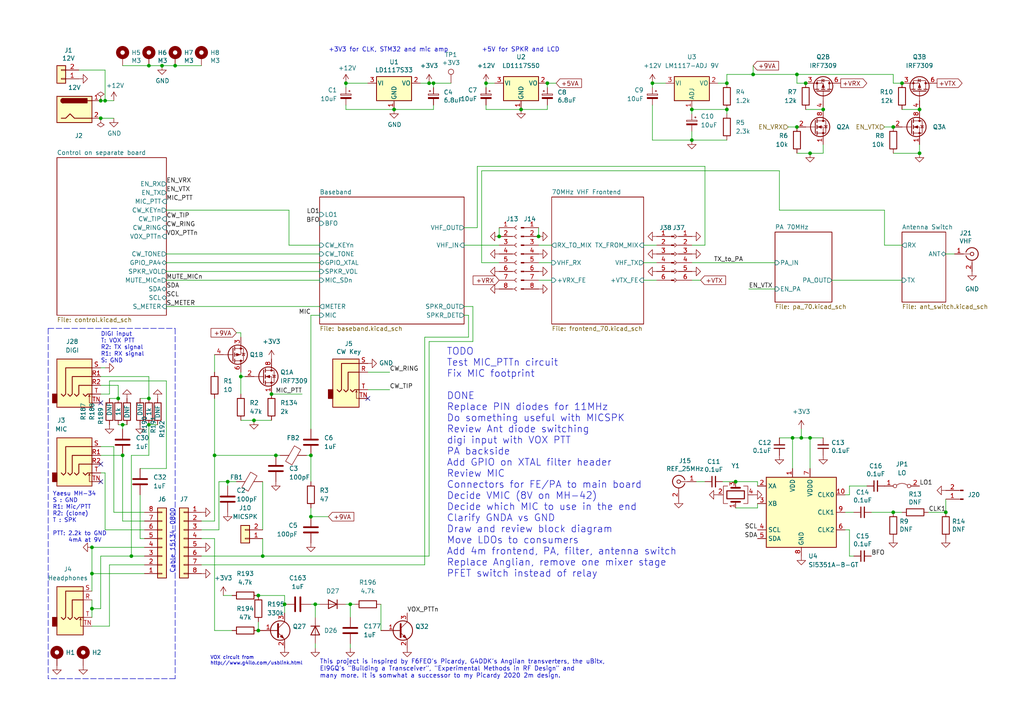
<source format=kicad_sch>
(kicad_sch (version 20211123) (generator eeschema)

  (uuid 7c83c304-769a-4be4-890e-297aba22b5b9)

  (paper "A4")

  (title_block
    (title "DART-70 TRX")
    (date "2023-02-18")
    (rev "0")
    (company "HB9EGM")
    (comment 1 "A 4m Band SSB/CW Transceiver")
  )

  

  (junction (at 232.41 127) (diameter 0) (color 0 0 0 0)
    (uuid 03889bb0-530a-4f17-942f-47bdd8c2143b)
  )
  (junction (at 74.93 182.88) (diameter 0) (color 0 0 0 0)
    (uuid 05f1488f-b95d-4647-953a-d2ec7eee61e9)
  )
  (junction (at 29.21 29.21) (diameter 0) (color 0 0 0 0)
    (uuid 0a082e3d-5a37-45bf-9936-1925b33d6b4f)
  )
  (junction (at 233.68 24.13) (diameter 0) (color 0 0 0 0)
    (uuid 0d713598-e0d7-4b64-806d-d27b5ae84128)
  )
  (junction (at 101.6 175.26) (diameter 0) (color 0 0 0 0)
    (uuid 0efaee8b-abcf-47a1-94ab-452bdfc4d10d)
  )
  (junction (at 259.08 148.59) (diameter 0) (color 0 0 0 0)
    (uuid 11ea7b85-b26d-4a7d-aaed-956352284452)
  )
  (junction (at 46.99 19.05) (diameter 0) (color 0 0 0 0)
    (uuid 130d74aa-cfde-4c45-8bfe-183aacd4590f)
  )
  (junction (at 266.7 44.45) (diameter 0) (color 0 0 0 0)
    (uuid 1379c036-b3e0-455b-b639-0f5dd015d03b)
  )
  (junction (at 210.82 24.13) (diameter 0) (color 0 0 0 0)
    (uuid 13b9a948-b29a-4475-8f42-f20ed3ed1c6a)
  )
  (junction (at 125.73 24.13) (diameter 0) (color 0 0 0 0)
    (uuid 1c29ab88-8089-4a9f-b0ec-e0493fb70d1a)
  )
  (junction (at 38.1 161.29) (diameter 0) (color 0 0 0 0)
    (uuid 2002fb77-6ce7-45e9-a078-9e559a07f8f6)
  )
  (junction (at 30.48 29.21) (diameter 0) (color 0 0 0 0)
    (uuid 248900dc-9b0b-4fb0-8b44-20e56324d88d)
  )
  (junction (at 29.21 34.29) (diameter 0) (color 0 0 0 0)
    (uuid 2bb5e7ab-7e6e-4e4b-8997-824caea277e9)
  )
  (junction (at 231.14 36.83) (diameter 0) (color 0 0 0 0)
    (uuid 2c691037-8de1-4537-a0ef-41ed59613839)
  )
  (junction (at 200.66 31.75) (diameter 0) (color 0 0 0 0)
    (uuid 398ec90b-61af-4d36-9539-63397d126e21)
  )
  (junction (at 156.21 68.58) (diameter 0) (color 0 0 0 0)
    (uuid 3f2e667c-7f64-4e6d-b9b3-bdcde11173db)
  )
  (junction (at 62.23 132.08) (diameter 0) (color 0 0 0 0)
    (uuid 3faced87-a683-4722-a968-6c8f858b2a89)
  )
  (junction (at 210.82 31.75) (diameter 0) (color 0 0 0 0)
    (uuid 4242ccf2-3c4d-4a22-8247-2311c54121ff)
  )
  (junction (at 231.14 21.59) (diameter 0) (color 0 0 0 0)
    (uuid 4750ee37-26c3-426a-a03a-0a50ee4de791)
  )
  (junction (at 43.18 19.05) (diameter 0) (color 0 0 0 0)
    (uuid 48d3528f-d200-4dbf-87c6-2835721afb0e)
  )
  (junction (at 26.67 158.75) (diameter 0) (color 0 0 0 0)
    (uuid 4909e963-8ed8-4cc7-a752-cf9a746ceb8a)
  )
  (junction (at 144.78 68.58) (diameter 0) (color 0 0 0 0)
    (uuid 49feb31b-fe70-4f82-99f6-3dbf467a2edc)
  )
  (junction (at 100.33 24.13) (diameter 0) (color 0 0 0 0)
    (uuid 547281cc-eb15-43de-9560-1b10e39a19ed)
  )
  (junction (at 91.44 175.26) (diameter 0) (color 0 0 0 0)
    (uuid 54fc4616-1350-49bf-925e-695b28bb395e)
  )
  (junction (at 238.76 31.75) (diameter 0) (color 0 0 0 0)
    (uuid 5591956a-807b-4208-83a4-6327422e118a)
  )
  (junction (at 26.67 176.53) (diameter 0) (color 0 0 0 0)
    (uuid 6b9394bd-5e58-42ea-a9a4-f58e854aea5c)
  )
  (junction (at 234.95 127) (diameter 0) (color 0 0 0 0)
    (uuid 7e67c67f-3a1d-491c-a9ea-d2c0b71576e9)
  )
  (junction (at 69.85 109.22) (diameter 0) (color 0 0 0 0)
    (uuid 8f8b4db5-ccfd-4760-89f5-ba5b4218d486)
  )
  (junction (at 259.08 36.83) (diameter 0) (color 0 0 0 0)
    (uuid 906f16af-3f1b-4545-bda0-18ebce89ce96)
  )
  (junction (at 140.97 24.13) (diameter 0) (color 0 0 0 0)
    (uuid 91bb5e66-90e9-4aff-b233-5b8d53e4ad1c)
  )
  (junction (at 124.46 24.13) (diameter 0) (color 0 0 0 0)
    (uuid 94eb2c38-e244-489c-ba32-44729ff54deb)
  )
  (junction (at 35.56 123.19) (diameter 0) (color 0 0 0 0)
    (uuid 9d55ccbc-4aa6-43b2-aa9c-42e27befe7f1)
  )
  (junction (at 26.67 166.37) (diameter 0) (color 0 0 0 0)
    (uuid 9fb2ca3c-8612-4c01-a40b-6e7e5895a1a0)
  )
  (junction (at 189.23 24.13) (diameter 0) (color 0 0 0 0)
    (uuid a01cdcc4-8ed1-4b36-8702-1b68481a60d9)
  )
  (junction (at 200.66 40.64) (diameter 0) (color 0 0 0 0)
    (uuid a13e5fb2-5800-4421-9e39-63277f01a71d)
  )
  (junction (at 274.32 148.59) (diameter 0) (color 0 0 0 0)
    (uuid a9fed849-c0d2-45ff-802c-7da3e4c52c0a)
  )
  (junction (at 78.74 114.3) (diameter 0) (color 0 0 0 0)
    (uuid aad4a030-3461-4b1e-9322-ba1ad3ac5597)
  )
  (junction (at 114.3 31.75) (diameter 0) (color 0 0 0 0)
    (uuid b0c265f7-c716-45d5-8397-630db4d2cf65)
  )
  (junction (at 218.44 21.59) (diameter 0) (color 0 0 0 0)
    (uuid b48c282b-d280-4718-bf3a-caf683cb767c)
  )
  (junction (at 82.55 175.26) (diameter 0) (color 0 0 0 0)
    (uuid c004f84b-d700-424b-b84c-a145b0082928)
  )
  (junction (at 35.56 132.08) (diameter 0) (color 0 0 0 0)
    (uuid c1ab7d65-d6a4-4014-80e6-4813d19456de)
  )
  (junction (at 74.93 172.72) (diameter 0) (color 0 0 0 0)
    (uuid c53356f3-b76d-4e9b-819d-f464046dcdf2)
  )
  (junction (at 34.29 115.57) (diameter 0) (color 0 0 0 0)
    (uuid cfd0ce93-955b-4a4c-b9df-adb69c4364b8)
  )
  (junction (at 234.95 44.45) (diameter 0) (color 0 0 0 0)
    (uuid d26d0a63-c69d-4774-9fba-12ed686b99f6)
  )
  (junction (at 73.66 121.92) (diameter 0) (color 0 0 0 0)
    (uuid d44ecef8-311a-4d38-9013-95c8299ff6b2)
  )
  (junction (at 50.8 19.05) (diameter 0) (color 0 0 0 0)
    (uuid d4b4dbc7-e763-47b2-a6cb-b5c021db8bcc)
  )
  (junction (at 66.04 139.7) (diameter 0) (color 0 0 0 0)
    (uuid d4c3f5bf-47cb-4030-92b0-bec21d62f389)
  )
  (junction (at 261.62 24.13) (diameter 0) (color 0 0 0 0)
    (uuid d531b677-92b2-4589-8265-ffb9f0a9f471)
  )
  (junction (at 80.01 132.08) (diameter 0) (color 0 0 0 0)
    (uuid d7ecc3d2-2b6e-4e36-92b9-1b58fb257359)
  )
  (junction (at 90.17 132.08) (diameter 0) (color 0 0 0 0)
    (uuid d9abc64c-b691-4ece-b128-4f1d7b31754f)
  )
  (junction (at 43.18 115.57) (diameter 0) (color 0 0 0 0)
    (uuid e9342213-9707-4d1c-a69f-a3da6fb99c7a)
  )
  (junction (at 158.75 24.13) (diameter 0) (color 0 0 0 0)
    (uuid eb69835d-9be6-45e6-b58c-d2902ddb8fb1)
  )
  (junction (at 266.7 31.75) (diameter 0) (color 0 0 0 0)
    (uuid eeabe6f1-2db7-4eed-bd0c-6e41b390284d)
  )
  (junction (at 90.17 149.86) (diameter 0) (color 0 0 0 0)
    (uuid ef105c45-a454-45c2-badb-d87d915177ef)
  )
  (junction (at 76.2 161.29) (diameter 0) (color 0 0 0 0)
    (uuid f4c650b7-943a-4c93-b622-c1362c969577)
  )
  (junction (at 229.87 127) (diameter 0) (color 0 0 0 0)
    (uuid f747ec33-420b-45bc-9778-b4604b083211)
  )
  (junction (at 151.13 31.75) (diameter 0) (color 0 0 0 0)
    (uuid f74be2ca-c140-4c85-937a-a008e4f4ddb7)
  )
  (junction (at 213.36 139.7) (diameter 0) (color 0 0 0 0)
    (uuid f8c9e2c3-818f-482b-ad48-f9fb56a455b0)
  )
  (junction (at 43.18 123.19) (diameter 0) (color 0 0 0 0)
    (uuid fd55beb5-af4c-45f5-9d86-830ec1cfc7da)
  )

  (no_connect (at 29.21 116.84) (uuid 2ccef648-ad61-491f-991d-149354748107))
  (no_connect (at 29.21 139.7) (uuid 891b06d0-7775-40c2-8d16-5452402b91d5))
  (no_connect (at 106.68 115.57) (uuid 9e56fb84-5b0b-47eb-9ee7-e24e7c08829b))
  (no_connect (at 29.21 134.62) (uuid b2135387-8c57-44ac-8ab3-29b54b43f871))

  (wire (pts (xy 29.21 34.29) (xy 33.02 34.29))
    (stroke (width 0) (type default) (color 0 0 0 0))
    (uuid 002154dd-fd21-426e-8f51-d82382197384)
  )
  (wire (pts (xy 144.78 66.04) (xy 144.78 68.58))
    (stroke (width 0) (type default) (color 0 0 0 0))
    (uuid 002bee17-761d-4946-b10f-f0b42371b19d)
  )
  (wire (pts (xy 256.54 60.96) (xy 256.54 71.12))
    (stroke (width 0) (type default) (color 0 0 0 0))
    (uuid 0051a5cc-b7c8-41b6-8151-8600227de8e2)
  )
  (wire (pts (xy 90.17 132.08) (xy 90.17 139.7))
    (stroke (width 0) (type default) (color 0 0 0 0))
    (uuid 008a59ee-36fb-4f36-a8b0-5cc99b1e8598)
  )
  (wire (pts (xy 256.54 71.12) (xy 261.62 71.12))
    (stroke (width 0) (type default) (color 0 0 0 0))
    (uuid 0116339a-5f0d-4745-a575-44652fb7d9b0)
  )
  (wire (pts (xy 29.21 111.76) (xy 34.29 111.76))
    (stroke (width 0) (type default) (color 0 0 0 0))
    (uuid 012e2806-a99e-44f3-bc66-c467def38bd2)
  )
  (wire (pts (xy 110.49 175.26) (xy 110.49 182.88))
    (stroke (width 0) (type default) (color 0 0 0 0))
    (uuid 025ac572-24f4-4397-b69b-bade669b4c40)
  )
  (wire (pts (xy 83.82 71.12) (xy 83.82 60.96))
    (stroke (width 0) (type default) (color 0 0 0 0))
    (uuid 04508b78-b957-4886-b3fa-3d951fb6452d)
  )
  (wire (pts (xy 246.38 143.51) (xy 245.11 143.51))
    (stroke (width 0) (type default) (color 0 0 0 0))
    (uuid 05f6334e-7131-4999-b788-1681af60d6df)
  )
  (wire (pts (xy 218.44 21.59) (xy 210.82 21.59))
    (stroke (width 0) (type default) (color 0 0 0 0))
    (uuid 09d1af20-c357-48ec-a10f-915c880f15b6)
  )
  (wire (pts (xy 158.75 24.13) (xy 158.75 25.4))
    (stroke (width 0) (type default) (color 0 0 0 0))
    (uuid 09fbb099-19ff-4c9e-b717-ff9eedac992b)
  )
  (wire (pts (xy 140.97 30.48) (xy 140.97 31.75))
    (stroke (width 0) (type default) (color 0 0 0 0))
    (uuid 0a3a19af-7bfa-4df3-9b73-b98420c4a518)
  )
  (wire (pts (xy 43.18 19.05) (xy 46.99 19.05))
    (stroke (width 0) (type default) (color 0 0 0 0))
    (uuid 0aad0e8d-0747-412b-85ac-039bbac4ff5e)
  )
  (wire (pts (xy 266.7 41.91) (xy 266.7 44.45))
    (stroke (width 0) (type default) (color 0 0 0 0))
    (uuid 0b3a2a48-0270-494e-962a-3658a00a0875)
  )
  (wire (pts (xy 226.06 60.96) (xy 256.54 60.96))
    (stroke (width 0) (type default) (color 0 0 0 0))
    (uuid 0bdff19d-fbde-4835-a259-d36d2ec0e6fd)
  )
  (wire (pts (xy 232.41 127) (xy 234.95 127))
    (stroke (width 0) (type default) (color 0 0 0 0))
    (uuid 0dd7a947-881a-4477-b1f8-b88536ca8809)
  )
  (wire (pts (xy 100.33 24.13) (xy 100.33 25.4))
    (stroke (width 0) (type default) (color 0 0 0 0))
    (uuid 11b5652b-07d3-428f-98d5-c354cf3693b1)
  )
  (wire (pts (xy 140.97 31.75) (xy 151.13 31.75))
    (stroke (width 0) (type default) (color 0 0 0 0))
    (uuid 160e3a4c-588b-4e79-ac75-f98bf80b7e0b)
  )
  (wire (pts (xy 210.82 31.75) (xy 210.82 33.02))
    (stroke (width 0) (type default) (color 0 0 0 0))
    (uuid 17fc291b-23f9-4de7-9168-978b13dcd03c)
  )
  (wire (pts (xy 63.5 153.67) (xy 63.5 139.7))
    (stroke (width 0) (type default) (color 0 0 0 0))
    (uuid 1869a25a-7405-4101-9da6-55f7c1e87e39)
  )
  (wire (pts (xy 26.67 166.37) (xy 41.91 166.37))
    (stroke (width 0) (type default) (color 0 0 0 0))
    (uuid 1bcf4a11-4c4f-42b8-9e84-ad79d97ffe8f)
  )
  (wire (pts (xy 69.85 96.52) (xy 68.58 96.52))
    (stroke (width 0) (type default) (color 0 0 0 0))
    (uuid 1c42fb18-8951-420c-93b3-b390805a99ab)
  )
  (wire (pts (xy 76.2 156.21) (xy 76.2 161.29))
    (stroke (width 0) (type default) (color 0 0 0 0))
    (uuid 1c9f0aaa-a7f3-4c99-ac2e-10f6713b49b4)
  )
  (wire (pts (xy 74.93 172.72) (xy 82.55 172.72))
    (stroke (width 0) (type default) (color 0 0 0 0))
    (uuid 1d4132f7-1f35-449b-a4a4-451bd4dc48ab)
  )
  (wire (pts (xy 35.56 123.19) (xy 36.83 123.19))
    (stroke (width 0) (type default) (color 0 0 0 0))
    (uuid 1f7003d3-e395-4fae-a4ec-81e60f5ef90f)
  )
  (wire (pts (xy 41.91 148.59) (xy 33.02 148.59))
    (stroke (width 0) (type default) (color 0 0 0 0))
    (uuid 216cd782-5819-4b5e-931f-7587d15e2161)
  )
  (wire (pts (xy 82.55 177.8) (xy 82.55 175.26))
    (stroke (width 0) (type default) (color 0 0 0 0))
    (uuid 219438ca-bd57-4fea-aeb4-810d77461a18)
  )
  (wire (pts (xy 193.04 24.13) (xy 189.23 24.13))
    (stroke (width 0) (type default) (color 0 0 0 0))
    (uuid 2199bdfc-0462-4363-af5e-16d8e19d600a)
  )
  (wire (pts (xy 123.19 97.79) (xy 123.19 163.83))
    (stroke (width 0) (type default) (color 0 0 0 0))
    (uuid 227082fc-081f-46f9-b11d-3c272a90673e)
  )
  (polyline (pts (xy 13.97 95.25) (xy 50.8 95.25))
    (stroke (width 0) (type default) (color 0 0 0 0))
    (uuid 246d8c70-0329-4f4d-9351-49df120458af)
  )

  (wire (pts (xy 73.66 121.92) (xy 78.74 121.92))
    (stroke (width 0) (type default) (color 0 0 0 0))
    (uuid 25eb4e9a-a9bc-41d9-ba86-5c87b9db25c8)
  )
  (wire (pts (xy 100.33 24.13) (xy 106.68 24.13))
    (stroke (width 0) (type default) (color 0 0 0 0))
    (uuid 28eca374-9b5c-4480-a1a6-52ddcbb57db2)
  )
  (wire (pts (xy 40.64 115.57) (xy 43.18 115.57))
    (stroke (width 0) (type default) (color 0 0 0 0))
    (uuid 2a3464a0-2ccd-434c-8817-4d7a2f14c67a)
  )
  (wire (pts (xy 245.11 148.59) (xy 247.65 148.59))
    (stroke (width 0) (type default) (color 0 0 0 0))
    (uuid 2a86319a-5a94-4745-ad80-6b5c02f72e82)
  )
  (wire (pts (xy 158.75 24.13) (xy 161.29 24.13))
    (stroke (width 0) (type default) (color 0 0 0 0))
    (uuid 2ea38bc3-7d3b-428e-a271-404ee98e752b)
  )
  (wire (pts (xy 135.89 91.44) (xy 135.89 97.79))
    (stroke (width 0) (type default) (color 0 0 0 0))
    (uuid 2f9b686c-0a8f-432b-9e90-c788e62691c6)
  )
  (wire (pts (xy 200.66 40.64) (xy 210.82 40.64))
    (stroke (width 0) (type default) (color 0 0 0 0))
    (uuid 33f01d9a-6abc-40a9-9b6b-d34bddbf731f)
  )
  (wire (pts (xy 256.54 36.83) (xy 259.08 36.83))
    (stroke (width 0) (type default) (color 0 0 0 0))
    (uuid 345987da-5aa5-4c5e-90e1-ddf0086ed5fb)
  )
  (wire (pts (xy 58.42 161.29) (xy 76.2 161.29))
    (stroke (width 0) (type default) (color 0 0 0 0))
    (uuid 361f9eaf-2e29-4825-b35a-439064c6d2db)
  )
  (wire (pts (xy 91.44 175.26) (xy 92.71 175.26))
    (stroke (width 0) (type default) (color 0 0 0 0))
    (uuid 36854e14-46fb-4279-bf79-0322ad1da42a)
  )
  (wire (pts (xy 62.23 102.87) (xy 62.23 107.95))
    (stroke (width 0) (type default) (color 0 0 0 0))
    (uuid 3729b657-384d-440e-9b38-b75590f72741)
  )
  (wire (pts (xy 139.7 76.2) (xy 144.78 76.2))
    (stroke (width 0) (type default) (color 0 0 0 0))
    (uuid 3a4811bf-b539-4978-b0d8-fe47f179161b)
  )
  (wire (pts (xy 67.31 172.72) (xy 64.77 172.72))
    (stroke (width 0) (type default) (color 0 0 0 0))
    (uuid 3cddbb36-7343-44a2-9871-f6b2e73f7d17)
  )
  (wire (pts (xy 134.62 66.04) (xy 138.43 66.04))
    (stroke (width 0) (type default) (color 0 0 0 0))
    (uuid 3ee41aac-558c-43a3-a816-e31001ae8352)
  )
  (wire (pts (xy 48.26 76.2) (xy 92.71 76.2))
    (stroke (width 0) (type default) (color 0 0 0 0))
    (uuid 3eeccf02-360d-4377-89f3-2458946d5853)
  )
  (wire (pts (xy 62.23 156.21) (xy 62.23 182.88))
    (stroke (width 0) (type default) (color 0 0 0 0))
    (uuid 401f2d1f-acc6-4e14-9963-49ecb3bd4627)
  )
  (wire (pts (xy 41.91 158.75) (xy 26.67 158.75))
    (stroke (width 0) (type default) (color 0 0 0 0))
    (uuid 4112aabb-0408-4a3a-9841-f57862637df1)
  )
  (wire (pts (xy 158.75 31.75) (xy 151.13 31.75))
    (stroke (width 0) (type default) (color 0 0 0 0))
    (uuid 443127ca-ab31-4ac0-90cc-723625487807)
  )
  (wire (pts (xy 208.28 24.13) (xy 210.82 24.13))
    (stroke (width 0) (type default) (color 0 0 0 0))
    (uuid 4435e8ff-b63e-4b32-81db-49caa0dd6c5f)
  )
  (wire (pts (xy 69.85 107.95) (xy 69.85 109.22))
    (stroke (width 0) (type default) (color 0 0 0 0))
    (uuid 469d1dea-56e9-4051-acba-b2ec5e9a2c33)
  )
  (wire (pts (xy 48.26 110.49) (xy 48.26 135.89))
    (stroke (width 0) (type default) (color 0 0 0 0))
    (uuid 48ad150c-3074-4e76-bbd8-ec98c624b5bc)
  )
  (wire (pts (xy 62.23 115.57) (xy 62.23 132.08))
    (stroke (width 0) (type default) (color 0 0 0 0))
    (uuid 496b1a5f-d49c-4515-8e6b-7fb584585bdd)
  )
  (polyline (pts (xy 50.8 95.25) (xy 50.8 196.85))
    (stroke (width 0) (type default) (color 0 0 0 0))
    (uuid 4b105a5f-5ed5-49ae-8bb9-f1d8c5566b50)
  )

  (wire (pts (xy 135.89 97.79) (xy 123.19 97.79))
    (stroke (width 0) (type default) (color 0 0 0 0))
    (uuid 4c2ca5f1-ff49-468e-a870-b80100e1827e)
  )
  (wire (pts (xy 210.82 21.59) (xy 210.82 24.13))
    (stroke (width 0) (type default) (color 0 0 0 0))
    (uuid 4c57c394-f97c-4a0b-80d4-0b5157781c3b)
  )
  (wire (pts (xy 76.2 161.29) (xy 124.46 161.29))
    (stroke (width 0) (type default) (color 0 0 0 0))
    (uuid 4d2c10b1-9329-409f-bc4d-94aebd58963e)
  )
  (wire (pts (xy 261.62 31.75) (xy 266.7 31.75))
    (stroke (width 0) (type default) (color 0 0 0 0))
    (uuid 4d5acc98-17ff-4e60-af52-349a1269dddf)
  )
  (wire (pts (xy 139.7 49.53) (xy 139.7 76.2))
    (stroke (width 0) (type default) (color 0 0 0 0))
    (uuid 4ecfe5c5-d7fc-4d05-be28-1ed42c507ec3)
  )
  (wire (pts (xy 229.87 127) (xy 232.41 127))
    (stroke (width 0) (type default) (color 0 0 0 0))
    (uuid 5130484e-13a2-434f-935d-3be30d7a93c9)
  )
  (wire (pts (xy 156.21 81.28) (xy 160.02 81.28))
    (stroke (width 0) (type default) (color 0 0 0 0))
    (uuid 52d9d6dd-4266-418b-bf9a-446977053e6f)
  )
  (wire (pts (xy 29.21 161.29) (xy 29.21 176.53))
    (stroke (width 0) (type default) (color 0 0 0 0))
    (uuid 53bb37bd-6ad6-430f-b5e5-21e40448d528)
  )
  (wire (pts (xy 29.21 176.53) (xy 26.67 176.53))
    (stroke (width 0) (type default) (color 0 0 0 0))
    (uuid 568b5dd5-7629-4c3d-9388-eaa54c2762b1)
  )
  (wire (pts (xy 35.56 19.05) (xy 43.18 19.05))
    (stroke (width 0) (type default) (color 0 0 0 0))
    (uuid 579d81c4-8fa6-40d5-b99a-d160787b45b9)
  )
  (wire (pts (xy 58.42 153.67) (xy 63.5 153.67))
    (stroke (width 0) (type default) (color 0 0 0 0))
    (uuid 58e4fb93-6235-473b-af92-bf79be065bda)
  )
  (wire (pts (xy 204.47 48.26) (xy 204.47 71.12))
    (stroke (width 0) (type default) (color 0 0 0 0))
    (uuid 5a05460d-15bc-4058-86e6-a6bff5598db7)
  )
  (wire (pts (xy 218.44 19.05) (xy 218.44 21.59))
    (stroke (width 0) (type default) (color 0 0 0 0))
    (uuid 5afca071-0542-406b-83f5-f8ed30e05c4c)
  )
  (wire (pts (xy 138.43 48.26) (xy 204.47 48.26))
    (stroke (width 0) (type default) (color 0 0 0 0))
    (uuid 5c0ae8f2-fb0b-4cbf-bd78-f6131c18140d)
  )
  (wire (pts (xy 134.62 91.44) (xy 135.89 91.44))
    (stroke (width 0) (type default) (color 0 0 0 0))
    (uuid 5c0d735a-ca1c-4202-8faf-02e515d1181f)
  )
  (wire (pts (xy 259.08 21.59) (xy 231.14 21.59))
    (stroke (width 0) (type default) (color 0 0 0 0))
    (uuid 5ea05504-bb96-4847-90cf-26cb1afd4244)
  )
  (wire (pts (xy 91.44 175.26) (xy 91.44 179.07))
    (stroke (width 0) (type default) (color 0 0 0 0))
    (uuid 5ed02c6b-f3b8-4641-86b2-3c4cac92a5b4)
  )
  (wire (pts (xy 101.6 186.69) (xy 101.6 187.96))
    (stroke (width 0) (type default) (color 0 0 0 0))
    (uuid 5ed5b405-912e-49a2-adbb-ff35d95f4100)
  )
  (wire (pts (xy 76.2 139.7) (xy 76.2 153.67))
    (stroke (width 0) (type default) (color 0 0 0 0))
    (uuid 601c5479-68c8-4d7c-bbde-860bd11a7597)
  )
  (wire (pts (xy 38.1 161.29) (xy 29.21 161.29))
    (stroke (width 0) (type default) (color 0 0 0 0))
    (uuid 6062b414-90cb-4cef-839a-25d90087f1b4)
  )
  (wire (pts (xy 38.1 132.08) (xy 43.18 132.08))
    (stroke (width 0) (type default) (color 0 0 0 0))
    (uuid 60d27bb0-faad-48a9-89c1-b059b592a640)
  )
  (wire (pts (xy 35.56 151.13) (xy 41.91 151.13))
    (stroke (width 0) (type default) (color 0 0 0 0))
    (uuid 6123b0cd-d677-4963-a353-8d6b35692422)
  )
  (polyline (pts (xy 50.8 196.85) (xy 13.97 196.85))
    (stroke (width 0) (type default) (color 0 0 0 0))
    (uuid 6188cf07-9c8d-498a-9db9-9718888dfe39)
  )

  (wire (pts (xy 124.46 24.13) (xy 125.73 24.13))
    (stroke (width 0) (type default) (color 0 0 0 0))
    (uuid 63da3512-bd51-489d-833d-20bce6d76019)
  )
  (wire (pts (xy 251.46 140.97) (xy 246.38 140.97))
    (stroke (width 0) (type default) (color 0 0 0 0))
    (uuid 64e90390-0f4c-4cc1-bafa-363ce23516e9)
  )
  (wire (pts (xy 246.38 161.29) (xy 246.38 153.67))
    (stroke (width 0) (type default) (color 0 0 0 0))
    (uuid 65dd0601-a23d-4c5d-b924-966fc498cbfc)
  )
  (wire (pts (xy 137.16 99.06) (xy 124.46 99.06))
    (stroke (width 0) (type default) (color 0 0 0 0))
    (uuid 67fd3f09-ff5e-4560-b9cb-23649083a340)
  )
  (wire (pts (xy 238.76 44.45) (xy 234.95 44.45))
    (stroke (width 0) (type default) (color 0 0 0 0))
    (uuid 67fd7240-7a2e-4504-8c70-47b3112c634e)
  )
  (wire (pts (xy 26.67 166.37) (xy 26.67 171.45))
    (stroke (width 0) (type default) (color 0 0 0 0))
    (uuid 696f862b-a951-463f-ad29-011c067090d6)
  )
  (wire (pts (xy 246.38 153.67) (xy 245.11 153.67))
    (stroke (width 0) (type default) (color 0 0 0 0))
    (uuid 699bee8c-8bc3-4aa6-b4ed-0aa4d255078a)
  )
  (wire (pts (xy 29.21 114.3) (xy 31.75 114.3))
    (stroke (width 0) (type default) (color 0 0 0 0))
    (uuid 6a5afd47-09df-4a89-803d-e13998688277)
  )
  (wire (pts (xy 38.1 161.29) (xy 38.1 132.08))
    (stroke (width 0) (type default) (color 0 0 0 0))
    (uuid 6ac2f4eb-9300-4682-9dca-8ec36d45a0ab)
  )
  (wire (pts (xy 234.95 127) (xy 234.95 135.89))
    (stroke (width 0) (type default) (color 0 0 0 0))
    (uuid 6b09c60c-c53b-47dd-b8b8-94f682cd2086)
  )
  (wire (pts (xy 58.42 151.13) (xy 62.23 151.13))
    (stroke (width 0) (type default) (color 0 0 0 0))
    (uuid 6cc72bfd-2651-4e90-af42-5d6cec3950c1)
  )
  (wire (pts (xy 156.21 66.04) (xy 156.21 68.58))
    (stroke (width 0) (type default) (color 0 0 0 0))
    (uuid 6d63f93a-5c70-4c67-8eef-6977db41fdd0)
  )
  (wire (pts (xy 26.67 173.99) (xy 26.67 176.53))
    (stroke (width 0) (type default) (color 0 0 0 0))
    (uuid 7019dafb-64b4-4e22-837e-9f37341a0157)
  )
  (wire (pts (xy 48.26 78.74) (xy 92.71 78.74))
    (stroke (width 0) (type default) (color 0 0 0 0))
    (uuid 73062404-be1b-4744-bd1e-9e3d624b8fb3)
  )
  (wire (pts (xy 66.04 139.7) (xy 68.58 139.7))
    (stroke (width 0) (type default) (color 0 0 0 0))
    (uuid 735e33ba-0601-4acb-983d-1656020ec14e)
  )
  (wire (pts (xy 259.08 24.13) (xy 261.62 24.13))
    (stroke (width 0) (type default) (color 0 0 0 0))
    (uuid 73697aae-1f79-401a-bdaa-9ebc2f2340de)
  )
  (wire (pts (xy 140.97 24.13) (xy 140.97 25.4))
    (stroke (width 0) (type default) (color 0 0 0 0))
    (uuid 7471700d-9a5d-406e-b9fc-bdeed49379fa)
  )
  (wire (pts (xy 30.48 29.21) (xy 33.02 29.21))
    (stroke (width 0) (type default) (color 0 0 0 0))
    (uuid 74760d5b-303c-4603-ac2e-6b5209546581)
  )
  (polyline (pts (xy 13.97 95.25) (xy 13.97 196.85))
    (stroke (width 0) (type default) (color 0 0 0 0))
    (uuid 74e37401-14d3-4e3c-84ed-7ddb4d75b44f)
  )

  (wire (pts (xy 29.21 129.54) (xy 33.02 129.54))
    (stroke (width 0) (type default) (color 0 0 0 0))
    (uuid 754f923b-5aa7-4d87-b589-d53346af6023)
  )
  (wire (pts (xy 62.23 182.88) (xy 67.31 182.88))
    (stroke (width 0) (type default) (color 0 0 0 0))
    (uuid 77cc857c-e045-46ac-921a-7b86818ca625)
  )
  (wire (pts (xy 156.21 76.2) (xy 160.02 76.2))
    (stroke (width 0) (type default) (color 0 0 0 0))
    (uuid 7887f659-7796-4d20-b8ec-45fe37db4d3b)
  )
  (wire (pts (xy 22.86 20.32) (xy 30.48 20.32))
    (stroke (width 0) (type default) (color 0 0 0 0))
    (uuid 79aced1b-30d4-4883-86bf-8a38d664736a)
  )
  (wire (pts (xy 134.62 71.12) (xy 144.78 71.12))
    (stroke (width 0) (type default) (color 0 0 0 0))
    (uuid 7b959fed-4370-4448-9d17-fbc4f5703c60)
  )
  (wire (pts (xy 31.75 115.57) (xy 34.29 115.57))
    (stroke (width 0) (type default) (color 0 0 0 0))
    (uuid 7c8f4fb6-d76c-4fd6-89a0-af30aa8d7cb9)
  )
  (wire (pts (xy 252.73 148.59) (xy 259.08 148.59))
    (stroke (width 0) (type default) (color 0 0 0 0))
    (uuid 7d4200e5-e280-4699-af56-048ba84247d3)
  )
  (wire (pts (xy 81.28 132.08) (xy 80.01 132.08))
    (stroke (width 0) (type default) (color 0 0 0 0))
    (uuid 7fcd6903-4017-464e-a708-1e51b67dd39f)
  )
  (wire (pts (xy 26.67 158.75) (xy 26.67 166.37))
    (stroke (width 0) (type default) (color 0 0 0 0))
    (uuid 80203512-93fd-487a-a00c-1916502463c3)
  )
  (wire (pts (xy 137.16 88.9) (xy 137.16 99.06))
    (stroke (width 0) (type default) (color 0 0 0 0))
    (uuid 812f91c0-f736-4383-bfee-2790347c3abf)
  )
  (wire (pts (xy 90.17 149.86) (xy 95.25 149.86))
    (stroke (width 0) (type default) (color 0 0 0 0))
    (uuid 816e41e9-8ef8-4e70-a70f-02175bdc97c4)
  )
  (wire (pts (xy 234.95 44.45) (xy 231.14 44.45))
    (stroke (width 0) (type default) (color 0 0 0 0))
    (uuid 86c60f4b-4421-4865-beff-ed93adca8ac2)
  )
  (wire (pts (xy 186.69 76.2) (xy 190.5 76.2))
    (stroke (width 0) (type default) (color 0 0 0 0))
    (uuid 89f5cd17-8501-4243-bc98-0e8a1aab3a95)
  )
  (wire (pts (xy 69.85 109.22) (xy 69.85 114.3))
    (stroke (width 0) (type default) (color 0 0 0 0))
    (uuid 8a096409-910f-4b78-890d-9e8768ba72ab)
  )
  (wire (pts (xy 43.18 109.22) (xy 29.21 109.22))
    (stroke (width 0) (type default) (color 0 0 0 0))
    (uuid 8c21da1a-7f0f-49f7-bf28-d155cb03be4b)
  )
  (wire (pts (xy 34.29 123.19) (xy 35.56 123.19))
    (stroke (width 0) (type default) (color 0 0 0 0))
    (uuid 8d12d79e-51f7-4ca7-b044-3e4e258b0ca7)
  )
  (wire (pts (xy 247.65 161.29) (xy 246.38 161.29))
    (stroke (width 0) (type default) (color 0 0 0 0))
    (uuid 8e0abe23-8e7e-48a9-af11-f26197bd8fbf)
  )
  (wire (pts (xy 74.93 180.34) (xy 74.93 182.88))
    (stroke (width 0) (type default) (color 0 0 0 0))
    (uuid 8f1ab95b-1867-4005-8242-092f60cbfea5)
  )
  (wire (pts (xy 189.23 30.48) (xy 189.23 40.64))
    (stroke (width 0) (type default) (color 0 0 0 0))
    (uuid 8f5c2a3a-b2da-434e-8810-9da52a5e413a)
  )
  (wire (pts (xy 29.21 132.08) (xy 35.56 132.08))
    (stroke (width 0) (type default) (color 0 0 0 0))
    (uuid 8fe92221-afec-47ce-a89d-2a3cf937d9a2)
  )
  (wire (pts (xy 35.56 123.19) (xy 35.56 124.46))
    (stroke (width 0) (type default) (color 0 0 0 0))
    (uuid 900073c8-27f0-4864-bec9-14e524ac2d69)
  )
  (wire (pts (xy 134.62 88.9) (xy 137.16 88.9))
    (stroke (width 0) (type default) (color 0 0 0 0))
    (uuid 906c4fbb-4fdd-48c5-aa07-85c56299e46a)
  )
  (wire (pts (xy 90.17 147.32) (xy 90.17 149.86))
    (stroke (width 0) (type default) (color 0 0 0 0))
    (uuid 91c438b1-678d-4a85-be0e-771bfbc58931)
  )
  (wire (pts (xy 233.68 31.75) (xy 238.76 31.75))
    (stroke (width 0) (type default) (color 0 0 0 0))
    (uuid 92dfb53a-5556-47b1-8088-214aebbc803d)
  )
  (wire (pts (xy 92.71 91.44) (xy 90.17 91.44))
    (stroke (width 0) (type default) (color 0 0 0 0))
    (uuid 935427ba-97bd-4319-b38c-51b473619c8a)
  )
  (wire (pts (xy 34.29 111.76) (xy 34.29 115.57))
    (stroke (width 0) (type default) (color 0 0 0 0))
    (uuid 93dc0368-dae8-476c-8070-e86bda493011)
  )
  (wire (pts (xy 158.75 30.48) (xy 158.75 31.75))
    (stroke (width 0) (type default) (color 0 0 0 0))
    (uuid 96e30a9c-78b6-4d1a-bc72-6cbdc7743876)
  )
  (wire (pts (xy 90.17 91.44) (xy 90.17 124.46))
    (stroke (width 0) (type default) (color 0 0 0 0))
    (uuid 9792cf44-3261-4d9f-8ae0-31fdeec0dc70)
  )
  (wire (pts (xy 35.56 151.13) (xy 35.56 132.08))
    (stroke (width 0) (type default) (color 0 0 0 0))
    (uuid 98ea83ac-41c6-4b7d-be63-41372bbd6e24)
  )
  (wire (pts (xy 100.33 30.48) (xy 100.33 31.75))
    (stroke (width 0) (type default) (color 0 0 0 0))
    (uuid 99f8394d-1325-4f0e-9ed0-19dceab6e1f9)
  )
  (wire (pts (xy 62.23 132.08) (xy 80.01 132.08))
    (stroke (width 0) (type default) (color 0 0 0 0))
    (uuid 9c3d736f-f850-40b5-83bf-bf71ce2d8e7c)
  )
  (wire (pts (xy 124.46 99.06) (xy 124.46 161.29))
    (stroke (width 0) (type default) (color 0 0 0 0))
    (uuid 9c4c0112-7564-4034-996a-b0e56c2141a6)
  )
  (wire (pts (xy 186.69 71.12) (xy 190.5 71.12))
    (stroke (width 0) (type default) (color 0 0 0 0))
    (uuid 9d00ede8-7480-44d8-b21e-d16dd17b75ac)
  )
  (wire (pts (xy 238.76 127) (xy 234.95 127))
    (stroke (width 0) (type default) (color 0 0 0 0))
    (uuid 9d3a7a2b-8bae-4d82-8634-16a99f57e389)
  )
  (wire (pts (xy 33.02 129.54) (xy 33.02 148.59))
    (stroke (width 0) (type default) (color 0 0 0 0))
    (uuid 9d5b6cd8-17f0-45de-b87b-5c8a0bd4db14)
  )
  (wire (pts (xy 228.6 36.83) (xy 231.14 36.83))
    (stroke (width 0) (type default) (color 0 0 0 0))
    (uuid a057c374-c462-4764-bd16-2c00eef92afa)
  )
  (wire (pts (xy 48.26 81.28) (xy 92.71 81.28))
    (stroke (width 0) (type default) (color 0 0 0 0))
    (uuid a1864b64-1865-4240-b098-5056fb759def)
  )
  (wire (pts (xy 106.68 107.95) (xy 113.03 107.95))
    (stroke (width 0) (type default) (color 0 0 0 0))
    (uuid a1abde39-78d5-402d-bb1c-75243c61d29b)
  )
  (wire (pts (xy 232.41 124.46) (xy 232.41 127))
    (stroke (width 0) (type default) (color 0 0 0 0))
    (uuid a39008b0-0dd6-44dc-b176-ab03b6874ae7)
  )
  (wire (pts (xy 274.32 73.66) (xy 276.86 73.66))
    (stroke (width 0) (type default) (color 0 0 0 0))
    (uuid a43beeeb-0d60-44c9-bc6b-40c9e75459e8)
  )
  (wire (pts (xy 88.9 132.08) (xy 90.17 132.08))
    (stroke (width 0) (type default) (color 0 0 0 0))
    (uuid a5f4f26e-4b82-496f-b7bb-4ed4211f8100)
  )
  (wire (pts (xy 100.33 31.75) (xy 114.3 31.75))
    (stroke (width 0) (type default) (color 0 0 0 0))
    (uuid a69bb6f5-978b-49bb-9446-4ec9cfe4501e)
  )
  (wire (pts (xy 82.55 175.26) (xy 82.55 172.72))
    (stroke (width 0) (type default) (color 0 0 0 0))
    (uuid a6baa060-c82d-461a-96f5-4f21d73265a4)
  )
  (wire (pts (xy 259.08 21.59) (xy 259.08 24.13))
    (stroke (width 0) (type default) (color 0 0 0 0))
    (uuid a7349b87-3477-4ba5-bc62-3587f94ab817)
  )
  (wire (pts (xy 66.04 140.97) (xy 66.04 139.7))
    (stroke (width 0) (type default) (color 0 0 0 0))
    (uuid a8d341ec-3332-4d82-8a1f-e52e32f564f1)
  )
  (wire (pts (xy 63.5 139.7) (xy 66.04 139.7))
    (stroke (width 0) (type default) (color 0 0 0 0))
    (uuid a9276ad3-2500-44c6-895a-e842a0033021)
  )
  (wire (pts (xy 40.64 143.51) (xy 40.64 156.21))
    (stroke (width 0) (type default) (color 0 0 0 0))
    (uuid a97e4f3d-f371-47f1-8ee9-cbe61c23c759)
  )
  (wire (pts (xy 30.48 153.67) (xy 30.48 137.16))
    (stroke (width 0) (type default) (color 0 0 0 0))
    (uuid a99a526a-0727-4d5d-b793-47c299fd72ba)
  )
  (wire (pts (xy 69.85 97.79) (xy 69.85 96.52))
    (stroke (width 0) (type default) (color 0 0 0 0))
    (uuid ab033de2-6886-4e4c-b9c3-21d6481b406d)
  )
  (wire (pts (xy 138.43 66.04) (xy 138.43 48.26))
    (stroke (width 0) (type default) (color 0 0 0 0))
    (uuid ad195d4d-ed76-4a26-ac30-01da417bd64b)
  )
  (wire (pts (xy 69.85 109.22) (xy 71.12 109.22))
    (stroke (width 0) (type default) (color 0 0 0 0))
    (uuid ad4538db-3731-4206-9c84-06101425be48)
  )
  (wire (pts (xy 231.14 21.59) (xy 218.44 21.59))
    (stroke (width 0) (type default) (color 0 0 0 0))
    (uuid ad76707e-1f2e-4941-86a0-50951acd24bc)
  )
  (wire (pts (xy 91.44 186.69) (xy 91.44 187.96))
    (stroke (width 0) (type default) (color 0 0 0 0))
    (uuid add05f6f-edf6-4631-b6b3-35897f9e8c7b)
  )
  (wire (pts (xy 189.23 40.64) (xy 200.66 40.64))
    (stroke (width 0) (type default) (color 0 0 0 0))
    (uuid aed0a299-8aa6-4a50-b993-c38efe5fdd7a)
  )
  (wire (pts (xy 217.17 83.82) (xy 224.79 83.82))
    (stroke (width 0) (type default) (color 0 0 0 0))
    (uuid b056317e-32ca-4f2d-b310-fc1492cc5060)
  )
  (wire (pts (xy 90.17 175.26) (xy 91.44 175.26))
    (stroke (width 0) (type default) (color 0 0 0 0))
    (uuid b1a62f88-404d-483f-bb63-16c8188b4f3a)
  )
  (wire (pts (xy 189.23 24.13) (xy 189.23 25.4))
    (stroke (width 0) (type default) (color 0 0 0 0))
    (uuid b1ea2466-2371-4b96-9289-6c42e0f0b899)
  )
  (wire (pts (xy 62.23 151.13) (xy 62.23 132.08))
    (stroke (width 0) (type default) (color 0 0 0 0))
    (uuid b32653e4-7801-40ea-b61b-f0311c01d3b4)
  )
  (wire (pts (xy 266.7 44.45) (xy 259.08 44.45))
    (stroke (width 0) (type default) (color 0 0 0 0))
    (uuid b5cbe891-dcdf-4951-8f0a-b2c28e4293cd)
  )
  (wire (pts (xy 58.42 156.21) (xy 62.23 156.21))
    (stroke (width 0) (type default) (color 0 0 0 0))
    (uuid b66c197d-a987-4d64-bb63-7ddb1a72d7fd)
  )
  (wire (pts (xy 31.75 110.49) (xy 48.26 110.49))
    (stroke (width 0) (type default) (color 0 0 0 0))
    (uuid b81d0c78-d550-41d4-a1eb-117ebf171da9)
  )
  (wire (pts (xy 101.6 175.26) (xy 102.87 175.26))
    (stroke (width 0) (type default) (color 0 0 0 0))
    (uuid ba28163c-9ab2-44c5-b089-1433660941d6)
  )
  (wire (pts (xy 231.14 24.13) (xy 233.68 24.13))
    (stroke (width 0) (type default) (color 0 0 0 0))
    (uuid bb78f99c-6783-4afe-a661-68817d4180ab)
  )
  (wire (pts (xy 246.38 140.97) (xy 246.38 143.51))
    (stroke (width 0) (type default) (color 0 0 0 0))
    (uuid bcb20d96-4c0e-4c98-a263-0cdd41ab15e5)
  )
  (wire (pts (xy 31.75 114.3) (xy 31.75 110.49))
    (stroke (width 0) (type default) (color 0 0 0 0))
    (uuid bd0e4fad-23a4-44c5-8109-e923d950f5c3)
  )
  (wire (pts (xy 200.66 38.1) (xy 200.66 40.64))
    (stroke (width 0) (type default) (color 0 0 0 0))
    (uuid bda7a16e-b931-4d51-b769-ff5809beef5f)
  )
  (wire (pts (xy 48.26 60.96) (xy 83.82 60.96))
    (stroke (width 0) (type default) (color 0 0 0 0))
    (uuid bfce1213-d511-4811-bc9d-beb994b8b9fe)
  )
  (wire (pts (xy 31.75 163.83) (xy 31.75 181.61))
    (stroke (width 0) (type default) (color 0 0 0 0))
    (uuid c0738ee3-5ef6-48be-9a20-f10b8cdc3a6d)
  )
  (wire (pts (xy 41.91 161.29) (xy 38.1 161.29))
    (stroke (width 0) (type default) (color 0 0 0 0))
    (uuid c12b5903-2f75-49c3-8332-69e02fb1aff7)
  )
  (wire (pts (xy 41.91 156.21) (xy 40.64 156.21))
    (stroke (width 0) (type default) (color 0 0 0 0))
    (uuid c13eaffb-5c39-4e48-8c42-cc2bcee712b4)
  )
  (wire (pts (xy 229.87 127) (xy 229.87 135.89))
    (stroke (width 0) (type default) (color 0 0 0 0))
    (uuid c24d03f2-5bff-4d74-88e5-481cd2f1e035)
  )
  (wire (pts (xy 274.32 148.59) (xy 274.32 144.78))
    (stroke (width 0) (type default) (color 0 0 0 0))
    (uuid c48e879f-0b64-4f86-a8cf-003dbff29c4e)
  )
  (wire (pts (xy 226.06 49.53) (xy 226.06 60.96))
    (stroke (width 0) (type default) (color 0 0 0 0))
    (uuid c4edda47-532d-4e95-9fc8-38bd0ed58dfb)
  )
  (wire (pts (xy 186.69 81.28) (xy 190.5 81.28))
    (stroke (width 0) (type default) (color 0 0 0 0))
    (uuid c64a6907-65ea-4d9f-8271-b12257b06b60)
  )
  (wire (pts (xy 261.62 148.59) (xy 259.08 148.59))
    (stroke (width 0) (type default) (color 0 0 0 0))
    (uuid cbbfb5e5-7e85-4367-b6a7-9b21fc6d9e17)
  )
  (wire (pts (xy 139.7 49.53) (xy 226.06 49.53))
    (stroke (width 0) (type default) (color 0 0 0 0))
    (uuid cbd19eae-411c-4ba9-9265-3a6ab1b93364)
  )
  (wire (pts (xy 213.36 147.32) (xy 219.71 147.32))
    (stroke (width 0) (type default) (color 0 0 0 0))
    (uuid cc89f37d-2221-4ee8-a763-21432c733f93)
  )
  (wire (pts (xy 121.92 24.13) (xy 124.46 24.13))
    (stroke (width 0) (type default) (color 0 0 0 0))
    (uuid cdc3b2bb-9f60-476c-ac94-bf550b6e7b5e)
  )
  (wire (pts (xy 238.76 41.91) (xy 238.76 44.45))
    (stroke (width 0) (type default) (color 0 0 0 0))
    (uuid cdf8245b-2e03-441d-8536-8e14a3d0d2ff)
  )
  (wire (pts (xy 226.06 127) (xy 229.87 127))
    (stroke (width 0) (type default) (color 0 0 0 0))
    (uuid ceb52c7a-a12c-449a-be98-109b3a3bd409)
  )
  (wire (pts (xy 41.91 163.83) (xy 31.75 163.83))
    (stroke (width 0) (type default) (color 0 0 0 0))
    (uuid d1791382-8e9e-408d-8461-11f5ded4ad48)
  )
  (wire (pts (xy 29.21 29.21) (xy 30.48 29.21))
    (stroke (width 0) (type default) (color 0 0 0 0))
    (uuid d18620ef-44b4-47e8-b939-bb0398e91c85)
  )
  (wire (pts (xy 203.2 81.28) (xy 200.66 81.28))
    (stroke (width 0) (type default) (color 0 0 0 0))
    (uuid d3a84e57-57ed-4e86-bbef-110f27537e2d)
  )
  (wire (pts (xy 101.6 175.26) (xy 100.33 175.26))
    (stroke (width 0) (type default) (color 0 0 0 0))
    (uuid d45f846b-c301-44d2-87d8-543fb71fc96f)
  )
  (wire (pts (xy 219.71 139.7) (xy 219.71 140.97))
    (stroke (width 0) (type default) (color 0 0 0 0))
    (uuid d51dda35-7a1a-4d41-817a-7bb1f7f6ffd4)
  )
  (wire (pts (xy 125.73 24.13) (xy 130.81 24.13))
    (stroke (width 0) (type default) (color 0 0 0 0))
    (uuid d525e71e-c2ed-4851-a87b-7438f67fb580)
  )
  (wire (pts (xy 46.99 19.05) (xy 50.8 19.05))
    (stroke (width 0) (type default) (color 0 0 0 0))
    (uuid d5d26400-826e-40a5-a7b1-6a9ebbaedfb4)
  )
  (wire (pts (xy 204.47 71.12) (xy 200.66 71.12))
    (stroke (width 0) (type default) (color 0 0 0 0))
    (uuid d6359d4b-1c12-4663-b116-45be3135a185)
  )
  (wire (pts (xy 43.18 109.22) (xy 43.18 115.57))
    (stroke (width 0) (type default) (color 0 0 0 0))
    (uuid d69edc37-e033-4412-95fb-f9006872dc8c)
  )
  (wire (pts (xy 241.3 81.28) (xy 261.62 81.28))
    (stroke (width 0) (type default) (color 0 0 0 0))
    (uuid dd34928a-03c5-4a5d-a033-92155af70ac7)
  )
  (wire (pts (xy 140.97 24.13) (xy 143.51 24.13))
    (stroke (width 0) (type default) (color 0 0 0 0))
    (uuid dd927172-6a9a-406f-a951-4e7f78cebb7b)
  )
  (wire (pts (xy 101.6 179.07) (xy 101.6 175.26))
    (stroke (width 0) (type default) (color 0 0 0 0))
    (uuid df100a56-7392-493d-8b6e-86fc6143d01d)
  )
  (wire (pts (xy 50.8 19.05) (xy 58.42 19.05))
    (stroke (width 0) (type default) (color 0 0 0 0))
    (uuid dfd58d9e-0c03-4a20-9983-0d32c26093d8)
  )
  (wire (pts (xy 29.21 137.16) (xy 30.48 137.16))
    (stroke (width 0) (type default) (color 0 0 0 0))
    (uuid e0b9a722-e170-4302-a4fd-5e8753db7507)
  )
  (wire (pts (xy 26.67 176.53) (xy 26.67 179.07))
    (stroke (width 0) (type default) (color 0 0 0 0))
    (uuid e13bdf92-8a8e-480a-979d-89eb54f62599)
  )
  (wire (pts (xy 30.48 153.67) (xy 41.91 153.67))
    (stroke (width 0) (type default) (color 0 0 0 0))
    (uuid e14c95a1-54f8-45dd-a1c7-754772fa0aa1)
  )
  (wire (pts (xy 200.66 76.2) (xy 224.79 76.2))
    (stroke (width 0) (type default) (color 0 0 0 0))
    (uuid e172e707-37ee-4eca-bafc-b341a9ceabaa)
  )
  (wire (pts (xy 58.42 163.83) (xy 123.19 163.83))
    (stroke (width 0) (type default) (color 0 0 0 0))
    (uuid e176270a-9085-4242-b7c7-9ea9ab078583)
  )
  (wire (pts (xy 48.26 88.9) (xy 92.71 88.9))
    (stroke (width 0) (type default) (color 0 0 0 0))
    (uuid e1e720db-7dfc-41da-9ad4-b3768ff49c06)
  )
  (wire (pts (xy 114.3 31.75) (xy 125.73 31.75))
    (stroke (width 0) (type default) (color 0 0 0 0))
    (uuid e264f0d9-6386-4838-a810-81df8032f681)
  )
  (wire (pts (xy 30.48 20.32) (xy 30.48 29.21))
    (stroke (width 0) (type default) (color 0 0 0 0))
    (uuid e49f1b40-a83b-4b72-93d7-dd44349357c4)
  )
  (wire (pts (xy 43.18 123.19) (xy 45.72 123.19))
    (stroke (width 0) (type default) (color 0 0 0 0))
    (uuid e7845d68-e5dc-4948-b8be-e64f3e188bb5)
  )
  (wire (pts (xy 106.68 113.03) (xy 113.03 113.03))
    (stroke (width 0) (type default) (color 0 0 0 0))
    (uuid e7ac32f0-5e71-4c65-ac6f-730f4731f5f7)
  )
  (wire (pts (xy 48.26 73.66) (xy 92.71 73.66))
    (stroke (width 0) (type default) (color 0 0 0 0))
    (uuid e7fda734-bc52-4f7b-a47b-c1ec6d307d8f)
  )
  (wire (pts (xy 48.26 135.89) (xy 40.64 135.89))
    (stroke (width 0) (type default) (color 0 0 0 0))
    (uuid e91dad84-d131-4d30-aeb9-ac5dff4b3633)
  )
  (wire (pts (xy 274.32 148.59) (xy 269.24 148.59))
    (stroke (width 0) (type default) (color 0 0 0 0))
    (uuid ea6f4611-7eac-4b21-b232-fff65a738b95)
  )
  (wire (pts (xy 209.55 139.7) (xy 213.36 139.7))
    (stroke (width 0) (type default) (color 0 0 0 0))
    (uuid ea97e745-2bac-4983-a78b-499e0f8d7b6d)
  )
  (wire (pts (xy 200.66 31.75) (xy 210.82 31.75))
    (stroke (width 0) (type default) (color 0 0 0 0))
    (uuid eb9b3733-e4ec-4731-87f1-5f6fd8f11a68)
  )
  (wire (pts (xy 156.21 71.12) (xy 160.02 71.12))
    (stroke (width 0) (type default) (color 0 0 0 0))
    (uuid ecfe8984-0282-4208-8f3d-aa8b3adb9dd8)
  )
  (wire (pts (xy 73.66 121.92) (xy 69.85 121.92))
    (stroke (width 0) (type default) (color 0 0 0 0))
    (uuid f0e02b10-4b80-421d-bff9-70643e16b8eb)
  )
  (wire (pts (xy 83.82 71.12) (xy 92.71 71.12))
    (stroke (width 0) (type default) (color 0 0 0 0))
    (uuid f22441fb-3978-4762-b6a3-6def4069e413)
  )
  (wire (pts (xy 204.47 139.7) (xy 201.93 139.7))
    (stroke (width 0) (type default) (color 0 0 0 0))
    (uuid f38fd353-54b3-403a-9387-7ff36888e6a9)
  )
  (wire (pts (xy 213.36 139.7) (xy 219.71 139.7))
    (stroke (width 0) (type default) (color 0 0 0 0))
    (uuid f7008c47-327e-4961-9c20-bbaf09b0d636)
  )
  (wire (pts (xy 219.71 147.32) (xy 219.71 146.05))
    (stroke (width 0) (type default) (color 0 0 0 0))
    (uuid f841e691-04bf-4057-bcb4-476ba3910c05)
  )
  (wire (pts (xy 78.74 114.3) (xy 87.63 114.3))
    (stroke (width 0) (type default) (color 0 0 0 0))
    (uuid fa65e259-7efa-4f51-bd0f-f4ac061edaac)
  )
  (wire (pts (xy 125.73 30.48) (xy 125.73 31.75))
    (stroke (width 0) (type default) (color 0 0 0 0))
    (uuid fc244ca3-4412-44ac-b1f3-44d00d15b5ac)
  )
  (wire (pts (xy 200.66 31.75) (xy 200.66 33.02))
    (stroke (width 0) (type default) (color 0 0 0 0))
    (uuid fc4a7459-1bb4-4226-8823-ec552cb8417e)
  )
  (wire (pts (xy 43.18 123.19) (xy 43.18 132.08))
    (stroke (width 0) (type default) (color 0 0 0 0))
    (uuid fcd3e21a-290b-48f5-9d98-bf10da5f3f08)
  )
  (wire (pts (xy 29.21 106.68) (xy 30.48 106.68))
    (stroke (width 0) (type default) (color 0 0 0 0))
    (uuid fe6c5c62-a539-4eb7-88f4-5a724361eef1)
  )
  (wire (pts (xy 231.14 21.59) (xy 231.14 24.13))
    (stroke (width 0) (type default) (color 0 0 0 0))
    (uuid fe8a3f3f-3126-421d-b59c-37217ed6f49c)
  )
  (wire (pts (xy 125.73 24.13) (xy 125.73 25.4))
    (stroke (width 0) (type default) (color 0 0 0 0))
    (uuid ffb99ea8-48c3-486c-94d4-7034e45d57f7)
  )
  (wire (pts (xy 31.75 181.61) (xy 26.67 181.61))
    (stroke (width 0) (type default) (color 0 0 0 0))
    (uuid ffbbcbe6-15b0-480e-b792-9f7693fff52a)
  )

  (text "+5V for SPKR and LCD" (at 139.7 15.24 0)
    (effects (font (size 1.27 1.27)) (justify left bottom))
    (uuid 239d5a08-bfc0-4925-8e7a-6431dab8181d)
  )
  (text "VOX circuit from\nhttp://www.g4ilo.com/usblink.html"
    (at 60.96 193.04 0)
    (effects (font (size 1 1)) (justify left bottom))
    (uuid 690337fc-9d51-4dcd-a71e-55c152ad9d3e)
  )
  (text "Cable 15134-0800" (at 50.8 166.37 90)
    (effects (font (size 1.27 1.27)) (justify left bottom))
    (uuid 79e801b2-3848-4600-8f04-05e4cce85305)
  )
  (text "Yaesu MH-34\nS : GND\nR1: Mic/PTT\nR2: (clone)\nT : SPK\n\nPTT: 2.2k to GND\n     4mA at 9V"
    (at 15.24 157.48 0)
    (effects (font (size 1.1938 1.1938)) (justify left bottom))
    (uuid aa6d67fe-cd8b-468d-8447-611ba063ffe2)
  )
  (text "TODO\nTest MIC_PTTn circuit\nFix MIC footprint\n\nDONE\nReplace PIN diodes for 11MHz\nDo something useful with MICSPK\nReview Ant diode switching\ndigi input with VOX PTT\nPA backside\nAdd GPIO on XTAL filter header\nReview MIC\nConnectors for FE/PA to main board\nDecide VMIC (8V on MH-42)\nDecide which MIC to use in the end\nClarify GNDA vs GND\nDraw and review block diagram\nMove LDOs to consumers\nAdd 4m frontend, PA, filter, antenna switch\nReplace Anglian, remove one mixer stage\nPFET switch instead of relay\n"
    (at 129.54 167.64 0)
    (effects (font (size 2 2)) (justify left bottom))
    (uuid bb2e7fd8-c90d-4499-afb3-dd966ff449a9)
  )
  (text "This project is inspired by F6FEO's Picardy, G4DDK's Anglian transverters, the uBitx,\nEI9GQ's \"Building a Transceiver\", \"Experimental Methods in RF Design\" and\nmany more. It is somwhat a successor to my Picardy 2020 2m design."
    (at 92.71 196.85 0)
    (effects (font (size 1.27 1.27)) (justify left bottom))
    (uuid cc99dfff-7e1c-41c9-90b0-50846ceea0a1)
  )
  (text "DIGI input\nT: VOX PTT\nR2: TX signal\nR1: RX signal\nS: GND"
    (at 29.21 105.41 0)
    (effects (font (size 1.1938 1.1938)) (justify left bottom))
    (uuid e5280dbc-7c9c-41bd-94e0-430ce12b2adc)
  )
  (text "+3V3 for CLK, STM32 and mic amp" (at 95.25 15.24 0)
    (effects (font (size 1.27 1.27)) (justify left bottom))
    (uuid fe3f7dc5-df73-4ed5-9e26-595b8cfa5333)
  )

  (label "TX_to_PA" (at 207.01 76.2 0)
    (effects (font (size 1.27 1.27)) (justify left bottom))
    (uuid 2ec14e45-c498-4099-b6a7-ce1facd68046)
  )
  (label "CLK1" (at 274.32 148.59 180)
    (effects (font (size 1.27 1.27)) (justify right bottom))
    (uuid 37559495-9dfc-4a54-80ee-fad84f20dc2a)
  )
  (label "SCL" (at 48.26 86.36 0)
    (effects (font (size 1.27 1.27)) (justify left bottom))
    (uuid 38bd102f-633a-4953-97ad-13bc577149af)
  )
  (label "SDA" (at 219.71 156.21 180)
    (effects (font (size 1.27 1.27)) (justify right bottom))
    (uuid 3e13cb83-601f-443a-a951-e96035da31e7)
  )
  (label "VOX_PTTn" (at 48.26 68.58 0)
    (effects (font (size 1.27 1.27)) (justify left bottom))
    (uuid 3fa4b4e1-2aba-4d5e-b59b-221659fe8990)
  )
  (label "EN_VRX" (at 48.26 53.34 0)
    (effects (font (size 1.27 1.27)) (justify left bottom))
    (uuid 618621f8-a3f4-49c8-9ea3-607c2df3756e)
  )
  (label "EN_VTX" (at 217.17 83.82 0)
    (effects (font (size 1.27 1.27)) (justify left bottom))
    (uuid 695fa56a-671a-410f-94f3-9b23856076c0)
  )
  (label "CW_RING" (at 113.03 107.95 0)
    (effects (font (size 1.27 1.27)) (justify left bottom))
    (uuid 7906f11d-49c0-4b99-b74d-443c82e1ec6a)
  )
  (label "EN_VTX" (at 48.26 55.88 0)
    (effects (font (size 1.27 1.27)) (justify left bottom))
    (uuid 79771a5b-bbc0-45e2-b3e2-33121a4ba792)
  )
  (label "CW_RING" (at 48.26 66.04 0)
    (effects (font (size 1.27 1.27)) (justify left bottom))
    (uuid 85e987f3-11f0-4e85-9be0-8c79e37e02ec)
  )
  (label "SDA" (at 48.26 83.82 0)
    (effects (font (size 1.27 1.27)) (justify left bottom))
    (uuid 861fa728-ad72-4a0e-81c5-e00ac8e2afd5)
  )
  (label "VOX_PTTn" (at 118.11 177.8 0)
    (effects (font (size 1.27 1.27)) (justify left bottom))
    (uuid 9363c12b-73ca-4764-9b94-bd625f6dc121)
  )
  (label "MIC_PTT" (at 87.63 114.3 180)
    (effects (font (size 1.27 1.27)) (justify right bottom))
    (uuid 999a6700-22eb-4836-86fc-2c4c3f94e081)
  )
  (label "MIC_PTT" (at 48.26 58.42 0)
    (effects (font (size 1.27 1.27)) (justify left bottom))
    (uuid 9a533855-32f3-454c-b9eb-791fa757c655)
  )
  (label "CW_TIP" (at 48.26 63.5 0)
    (effects (font (size 1.27 1.27)) (justify left bottom))
    (uuid 9d366296-47c6-47a8-b170-ad51354d17b9)
  )
  (label "MIC" (at 90.17 91.44 180)
    (effects (font (size 1.27 1.27)) (justify right bottom))
    (uuid a60b880d-79d5-4af9-b917-73bba79e19a9)
  )
  (label "S_METER" (at 48.26 88.9 0)
    (effects (font (size 1.27 1.27)) (justify left bottom))
    (uuid ae9e6037-71e8-40b8-9d18-52132b11e130)
  )
  (label "LO1" (at 266.7 140.97 0)
    (effects (font (size 1.27 1.27)) (justify left bottom))
    (uuid b1685444-7ed2-49f0-840b-5ade5d456940)
  )
  (label "MUTE_MICn" (at 48.26 81.28 0)
    (effects (font (size 1.27 1.27)) (justify left bottom))
    (uuid cb0bacd7-3cb4-4f05-90bb-6eac18befcbf)
  )
  (label "LO1" (at 92.71 62.23 180)
    (effects (font (size 1.27 1.27)) (justify right bottom))
    (uuid cdac41f7-a7f2-4a3f-ba4b-bfc7d7f66152)
  )
  (label "BFO" (at 252.73 161.29 0)
    (effects (font (size 1.27 1.27)) (justify left bottom))
    (uuid e316d376-2303-43ce-9137-3f0af976260d)
  )
  (label "SCL" (at 219.71 153.67 180)
    (effects (font (size 1.27 1.27)) (justify right bottom))
    (uuid ee4f4482-0e91-4fc6-9eab-f13196efb328)
  )
  (label "CW_TIP" (at 113.03 113.03 0)
    (effects (font (size 1.27 1.27)) (justify left bottom))
    (uuid f1ca34a5-a3cd-4c57-9860-d136a96d83f6)
  )
  (label "BFO" (at 92.71 64.77 180)
    (effects (font (size 1.27 1.27)) (justify right bottom))
    (uuid f9d8824d-4312-4052-b7a4-29b601206a19)
  )

  (global_label "+VTX" (shape output) (at 271.78 24.13 0) (fields_autoplaced)
    (effects (font (size 1.27 1.27)) (justify left))
    (uuid 5715d411-82bf-4ac6-9f8b-b918cd54b27e)
    (property "Intersheet References" "${INTERSHEET_REFS}" (id 0) (at 279.0312 24.0506 0)
      (effects (font (size 1.27 1.27)) (justify left) hide)
    )
  )
  (global_label "+9VA" (shape input) (at 95.25 149.86 0) (fields_autoplaced)
    (effects (font (size 1.27 1.27)) (justify left))
    (uuid 6bdfb847-9880-4b1f-8fd6-0e3a4eccd64c)
    (property "Intersheet References" "${INTERSHEET_REFS}" (id 0) (at 102.6221 149.9394 0)
      (effects (font (size 1.27 1.27)) (justify left) hide)
    )
  )
  (global_label "+VRX" (shape output) (at 243.84 24.13 0) (fields_autoplaced)
    (effects (font (size 1.27 1.27)) (justify left))
    (uuid 8e3e968b-49f3-4efb-92bd-f40737515307)
    (property "Intersheet References" "${INTERSHEET_REFS}" (id 0) (at 251.3936 24.0506 0)
      (effects (font (size 1.27 1.27)) (justify left) hide)
    )
  )
  (global_label "+9VA" (shape input) (at 218.44 19.05 0) (fields_autoplaced)
    (effects (font (size 1.27 1.27)) (justify left))
    (uuid b3e01a68-c938-463c-b6ca-30fd22614c36)
    (property "Intersheet References" "${INTERSHEET_REFS}" (id 0) (at 225.8121 18.9706 0)
      (effects (font (size 1.27 1.27)) (justify left) hide)
    )
  )
  (global_label "+VRX" (shape input) (at 144.78 81.28 180) (fields_autoplaced)
    (effects (font (size 1.27 1.27)) (justify right))
    (uuid c079eb78-08f6-43ae-9a6f-0e3c2c3038d0)
    (property "Intersheet References" "${INTERSHEET_REFS}" (id 0) (at 137.2264 81.2006 0)
      (effects (font (size 1.27 1.27)) (justify right) hide)
    )
  )
  (global_label "+9VA" (shape input) (at 68.58 96.52 180) (fields_autoplaced)
    (effects (font (size 1.27 1.27)) (justify right))
    (uuid dbd0ed9a-743d-4c2b-b13f-8b06a78aceff)
    (property "Intersheet References" "${INTERSHEET_REFS}" (id 0) (at 61.2079 96.4406 0)
      (effects (font (size 1.27 1.27)) (justify right) hide)
    )
  )
  (global_label "+VTX" (shape input) (at 203.2 81.28 0) (fields_autoplaced)
    (effects (font (size 1.27 1.27)) (justify left))
    (uuid deea0e94-1421-4e7b-b63a-98b53f765626)
    (property "Intersheet References" "${INTERSHEET_REFS}" (id 0) (at 210.4512 81.2006 0)
      (effects (font (size 1.27 1.27)) (justify left) hide)
    )
  )
  (global_label "+5VA" (shape input) (at 161.29 24.13 0) (fields_autoplaced)
    (effects (font (size 1.27 1.27)) (justify left))
    (uuid f893aa0f-8cfb-41de-a86f-f149674614ad)
    (property "Intersheet References" "${INTERSHEET_REFS}" (id 0) (at 168.6621 24.2094 0)
      (effects (font (size 1.27 1.27)) (justify left) hide)
    )
  )

  (hierarchical_label "EN_VRX" (shape input) (at 228.6 36.83 180)
    (effects (font (size 1.27 1.27)) (justify right))
    (uuid 7df73d1c-bea1-40bc-bd85-23a0ec4a5e64)
  )
  (hierarchical_label "EN_VTX" (shape input) (at 256.54 36.83 180)
    (effects (font (size 1.27 1.27)) (justify right))
    (uuid ebcb7436-0315-46b9-b837-f901891153ea)
  )

  (symbol (lib_id "power:GND") (at 232.41 161.29 0) (unit 1)
    (in_bom yes) (on_board yes) (fields_autoplaced)
    (uuid 0061bfb4-595e-4a80-898a-aee5ad06fb23)
    (property "Reference" "#PWR056" (id 0) (at 232.41 167.64 0)
      (effects (font (size 1.27 1.27)) hide)
    )
    (property "Value" "GND" (id 1) (at 232.4099 165.1 90)
      (effects (font (size 1.27 1.27)) (justify right) hide)
    )
    (property "Footprint" "" (id 2) (at 232.41 161.29 0)
      (effects (font (size 1.27 1.27)) hide)
    )
    (property "Datasheet" "" (id 3) (at 232.41 161.29 0)
      (effects (font (size 1.27 1.27)) hide)
    )
    (pin "1" (uuid e68652d2-f355-48cb-9617-e4581e89486c))
  )

  (symbol (lib_id "power:GND") (at 101.6 187.96 0) (unit 1)
    (in_bom yes) (on_board yes) (fields_autoplaced)
    (uuid 07c838eb-a24b-4013-bb3f-2502b2f07fa5)
    (property "Reference" "#PWR0263" (id 0) (at 101.6 194.31 0)
      (effects (font (size 1.27 1.27)) hide)
    )
    (property "Value" "GND" (id 1) (at 101.727 191.2112 90)
      (effects (font (size 1.27 1.27)) (justify right) hide)
    )
    (property "Footprint" "" (id 2) (at 101.6 187.96 0)
      (effects (font (size 1.27 1.27)) hide)
    )
    (property "Datasheet" "" (id 3) (at 101.6 187.96 0)
      (effects (font (size 1.27 1.27)) hide)
    )
    (pin "1" (uuid eb167b89-0b9b-45e3-8639-c2e3ec46109e))
  )

  (symbol (lib_id "mpb:CUI-SJ-43515TS-SMT") (at 21.59 132.08 0) (unit 1)
    (in_bom yes) (on_board yes)
    (uuid 0c3d418e-6b9b-41d2-bfe3-e0fafdcc08df)
    (property "Reference" "J3" (id 0) (at 17.78 121.92 0))
    (property "Value" "MIC" (id 1) (at 17.78 124.46 0))
    (property "Footprint" "mpb:Jack_3.5mm_CUI_SJ-43515TS-SMT" (id 2) (at 16.51 146.05 0)
      (effects (font (size 1.27 1.27)) hide)
    )
    (property "Datasheet" "https://www.mouser.ch/datasheet/2/670/sj_4351x_smt-1779337.pdf" (id 3) (at 19.05 133.35 0)
      (effects (font (size 1.27 1.27)) hide)
    )
    (property "MPN" "SJ-43515TS-SMT-TR" (id 4) (at 21.59 132.08 0)
      (effects (font (size 1.27 1.27)) hide)
    )
    (property "Need_order" "0" (id 5) (at 21.59 132.08 0)
      (effects (font (size 1.27 1.27)) hide)
    )
    (pin "NC" (uuid 4a9ae459-917a-4e56-8550-a6e085fcb402))
    (pin "R1" (uuid b6b1f4a9-609f-40fb-86cb-75e53e708f1a))
    (pin "R2" (uuid ad04f755-0677-4e2e-877a-d2e2f3c1d776))
    (pin "S" (uuid d94a0a1d-24de-4760-a884-ab454c08e996))
    (pin "T" (uuid 706df1e6-f9b5-442a-9372-f462c30194f1))
    (pin "TN" (uuid 01525385-14b1-4fd0-a2ee-c26d8ec1982c))
  )

  (symbol (lib_id "power:GND") (at 90.17 157.48 0) (unit 1)
    (in_bom yes) (on_board yes) (fields_autoplaced)
    (uuid 0eddf3a3-680e-4189-b645-0f685f620bff)
    (property "Reference" "#PWR021" (id 0) (at 90.17 163.83 0)
      (effects (font (size 1.27 1.27)) hide)
    )
    (property "Value" "GND" (id 1) (at 90.297 160.7312 90)
      (effects (font (size 1.27 1.27)) (justify right) hide)
    )
    (property "Footprint" "" (id 2) (at 90.17 157.48 0)
      (effects (font (size 1.27 1.27)) hide)
    )
    (property "Datasheet" "" (id 3) (at 90.17 157.48 0)
      (effects (font (size 1.27 1.27)) hide)
    )
    (pin "1" (uuid 18cdbf1f-c81a-4e46-811e-86c4e8d65c42))
  )

  (symbol (lib_id "Regulator_Linear:LD1117S50TR_SOT223") (at 151.13 24.13 0) (unit 1)
    (in_bom yes) (on_board yes) (fields_autoplaced)
    (uuid 0f599ab7-5a53-4f5a-bde7-fcef2e2841ee)
    (property "Reference" "U2" (id 0) (at 151.13 16.51 0))
    (property "Value" "LD1117S50" (id 1) (at 151.13 19.05 0))
    (property "Footprint" "Package_TO_SOT_SMD:SOT-223-3_TabPin2" (id 2) (at 151.13 19.05 0)
      (effects (font (size 1.27 1.27)) hide)
    )
    (property "Datasheet" "/home/bram/Sync/Doc/Datasheet/ld1117.pdf" (id 3) (at 153.67 30.48 0)
      (effects (font (size 1.27 1.27)) hide)
    )
    (property "MPN" "LD1117S50CTR" (id 4) (at 151.13 24.13 0)
      (effects (font (size 1.27 1.27)) hide)
    )
    (property "Need_order" "0" (id 5) (at 151.13 24.13 0)
      (effects (font (size 1.27 1.27)) hide)
    )
    (pin "1" (uuid 0799cfe9-f73f-428f-86e0-5df9fe4be1b8))
    (pin "2" (uuid 9a642b0f-f010-4ca9-8892-5ba6582f9da8))
    (pin "3" (uuid df79b4b0-7939-4714-b2e0-4a118371874f))
  )

  (symbol (lib_id "Transistor_FET:IRF7309IPBF") (at 266.7 26.67 270) (mirror x) (unit 2)
    (in_bom yes) (on_board yes) (fields_autoplaced)
    (uuid 0f9e322e-4eb7-4922-ac71-ef5dee3be07c)
    (property "Reference" "Q3" (id 0) (at 266.7 16.51 90))
    (property "Value" "IRF7309" (id 1) (at 266.7 19.05 90))
    (property "Footprint" "Package_SO:SOIC-8_3.9x4.9mm_P1.27mm" (id 2) (at 264.795 21.59 0)
      (effects (font (size 1.27 1.27)) (justify left) hide)
    )
    (property "Datasheet" "/home/bram/Sync/Doc/Datasheet/IRF7309.pdf" (id 3) (at 266.7 24.13 0)
      (effects (font (size 1.27 1.27)) (justify left) hide)
    )
    (property "MPN" "IRF7309TRPBF" (id 5) (at 266.7 26.67 90)
      (effects (font (size 1.27 1.27)) hide)
    )
    (property "Need_order" "0" (id 4) (at 266.7 26.67 90)
      (effects (font (size 1.27 1.27)) hide)
    )
    (pin "1" (uuid d98f2c33-a62f-4cf8-87a2-61168649f191))
    (pin "2" (uuid bdee35fb-588c-4510-94fc-9a9ca1702855))
    (pin "7" (uuid 4c5df834-caa7-40ab-8e75-6d6bbfd257bb))
    (pin "8" (uuid c1dec542-6b7e-4205-9ad8-759154cc29f3))
    (pin "3" (uuid cbbb70e3-b619-4409-8d4a-ad62e1e50a5b))
    (pin "4" (uuid b45eee31-c14b-46a9-a687-28af259b3327))
    (pin "5" (uuid 503b2915-4f08-4a72-b20e-de5bfb6ef5f6))
    (pin "6" (uuid d7fe3f76-600d-47da-9a99-5b56de4d82d0))
  )

  (symbol (lib_id "power:GND") (at 266.7 44.45 0) (unit 1)
    (in_bom yes) (on_board yes) (fields_autoplaced)
    (uuid 11d72818-4927-476a-b663-3f411b19ea20)
    (property "Reference" "#PWR063" (id 0) (at 266.7 50.8 0)
      (effects (font (size 1.27 1.27)) hide)
    )
    (property "Value" "GND" (id 1) (at 266.827 47.6758 90)
      (effects (font (size 1.27 1.27)) (justify right) hide)
    )
    (property "Footprint" "" (id 2) (at 266.7 44.45 0)
      (effects (font (size 1.27 1.27)) hide)
    )
    (property "Datasheet" "" (id 3) (at 266.7 44.45 0)
      (effects (font (size 1.27 1.27)) hide)
    )
    (pin "1" (uuid a28057b0-f2c4-4c07-8fb9-f4a0591d782f))
  )

  (symbol (lib_id "power:GND") (at 40.64 123.19 0) (unit 1)
    (in_bom yes) (on_board yes)
    (uuid 125abe82-75ee-430d-8478-56d138623c39)
    (property "Reference" "#PWR0266" (id 0) (at 40.64 129.54 0)
      (effects (font (size 1.27 1.27)) hide)
    )
    (property "Value" "GND" (id 1) (at 40.767 126.4412 90)
      (effects (font (size 1.27 1.27)) (justify right) hide)
    )
    (property "Footprint" "" (id 2) (at 40.64 123.19 0)
      (effects (font (size 1.27 1.27)) hide)
    )
    (property "Datasheet" "" (id 3) (at 40.64 123.19 0)
      (effects (font (size 1.27 1.27)) hide)
    )
    (pin "1" (uuid 39203b49-1e2e-4715-9160-8ca66f84fa5d))
  )

  (symbol (lib_id "power:GND") (at 151.13 31.75 0) (unit 1)
    (in_bom yes) (on_board yes) (fields_autoplaced)
    (uuid 13233ccb-dbda-49d8-8e78-7fd77705f9f4)
    (property "Reference" "#PWR025" (id 0) (at 151.13 38.1 0)
      (effects (font (size 1.27 1.27)) hide)
    )
    (property "Value" "GND" (id 1) (at 151.1299 35.56 90)
      (effects (font (size 1.27 1.27)) (justify right) hide)
    )
    (property "Footprint" "" (id 2) (at 151.13 31.75 0)
      (effects (font (size 1.27 1.27)) hide)
    )
    (property "Datasheet" "" (id 3) (at 151.13 31.75 0)
      (effects (font (size 1.27 1.27)) hide)
    )
    (pin "1" (uuid f116456c-df3c-4d92-866d-11a3627fad98))
  )

  (symbol (lib_id "power:GND") (at 36.83 115.57 180) (unit 1)
    (in_bom yes) (on_board yes)
    (uuid 1699a1f1-942a-45b2-a3e9-830364131d9f)
    (property "Reference" "#PWR0269" (id 0) (at 36.83 109.22 0)
      (effects (font (size 1.27 1.27)) hide)
    )
    (property "Value" "GND" (id 1) (at 36.703 112.3188 90)
      (effects (font (size 1.27 1.27)) (justify right) hide)
    )
    (property "Footprint" "" (id 2) (at 36.83 115.57 0)
      (effects (font (size 1.27 1.27)) hide)
    )
    (property "Datasheet" "" (id 3) (at 36.83 115.57 0)
      (effects (font (size 1.27 1.27)) hide)
    )
    (pin "1" (uuid 7126c741-93cb-4103-9346-242e9ee57e18))
  )

  (symbol (lib_id "power:PWR_FLAG") (at 29.21 29.21 0) (unit 1)
    (in_bom yes) (on_board yes)
    (uuid 17f19d51-1d48-4b41-9e1f-1ae8f8799dc5)
    (property "Reference" "#FLG01" (id 0) (at 29.21 27.305 0)
      (effects (font (size 1.27 1.27)) hide)
    )
    (property "Value" "PWR_FLAG" (id 1) (at 29.21 25.9842 90)
      (effects (font (size 1.27 1.27)) (justify left) hide)
    )
    (property "Footprint" "" (id 2) (at 29.21 29.21 0)
      (effects (font (size 1.27 1.27)) hide)
    )
    (property "Datasheet" "~" (id 3) (at 29.21 29.21 0)
      (effects (font (size 1.27 1.27)) hide)
    )
    (pin "1" (uuid b075df74-cc2c-4cf8-b10c-4a6f9df277a3))
  )

  (symbol (lib_id "Connector:Conn_01x06_Female") (at 195.58 73.66 0) (mirror y) (unit 1)
    (in_bom yes) (on_board yes)
    (uuid 1893251f-c974-415e-ba36-aaef9d141411)
    (property "Reference" "J37" (id 0) (at 196.85 66.04 0))
    (property "Value" "Base to FE TX" (id 1) (at 194.31 76.1999 0)
      (effects (font (size 1.27 1.27)) (justify left) hide)
    )
    (property "Footprint" "Connector_PinHeader_2.54mm:PinHeader_1x06_P2.54mm_Vertical" (id 2) (at 195.58 73.66 0)
      (effects (font (size 1.27 1.27)) hide)
    )
    (property "Datasheet" "~" (id 3) (at 195.58 73.66 0)
      (effects (font (size 1.27 1.27)) hide)
    )
    (property "MPN" "SSW-106-01-G-S" (id 4) (at 195.58 73.66 0)
      (effects (font (size 1.27 1.27)) hide)
    )
    (pin "1" (uuid 9c251404-05e1-4cf1-a81f-815c8fe7f464))
    (pin "2" (uuid 1b6b3d2b-8e61-402c-af16-116bda90df59))
    (pin "3" (uuid 29aeb1dc-c544-4387-bf2d-1b62b67f7a70))
    (pin "4" (uuid f852db38-9ba0-4d90-b17f-fa0281954d71))
    (pin "5" (uuid 7ef0e537-7b01-4e19-87e1-a16dfbc42e35))
    (pin "6" (uuid d1160803-a32c-496f-a342-d0bc7df057dd))
  )

  (symbol (lib_id "power:GND") (at 208.28 143.51 270) (unit 1)
    (in_bom yes) (on_board yes) (fields_autoplaced)
    (uuid 19e32315-e6a0-4957-a10d-0babc242f670)
    (property "Reference" "#PWR044" (id 0) (at 201.93 143.51 0)
      (effects (font (size 1.27 1.27)) hide)
    )
    (property "Value" "GND" (id 1) (at 204.47 143.5099 90)
      (effects (font (size 1.27 1.27)) (justify right) hide)
    )
    (property "Footprint" "" (id 2) (at 208.28 143.51 0)
      (effects (font (size 1.27 1.27)) hide)
    )
    (property "Datasheet" "" (id 3) (at 208.28 143.51 0)
      (effects (font (size 1.27 1.27)) hide)
    )
    (pin "1" (uuid a068742f-7f54-4cb0-baeb-1f106dbc7114))
  )

  (symbol (lib_id "Connector_Generic:Conn_01x08") (at 53.34 156.21 0) (mirror y) (unit 1)
    (in_bom yes) (on_board yes) (fields_autoplaced)
    (uuid 1a279761-775d-41bf-87c4-f29c57f2fe7b)
    (property "Reference" "J7" (id 0) (at 53.34 144.78 0))
    (property "Value" "CTRL2" (id 1) (at 57.15 170.18 0)
      (effects (font (size 1.27 1.27)) (justify left) hide)
    )
    (property "Footprint" "Connector_Molex:Molex_PicoBlade_53261-0871_1x08-1MP_P1.25mm_Horizontal" (id 2) (at 53.34 156.21 0)
      (effects (font (size 1.27 1.27)) hide)
    )
    (property "Datasheet" "~" (id 3) (at 53.34 156.21 0)
      (effects (font (size 1.27 1.27)) hide)
    )
    (property "MPN" "53261-0871" (id 4) (at 53.34 156.21 0)
      (effects (font (size 1.27 1.27)) hide)
    )
    (property "Manufacturer" "Molex" (id 5) (at 53.34 156.21 0)
      (effects (font (size 1.27 1.27)) hide)
    )
    (property "Need_order" "0" (id 6) (at 53.34 156.21 0)
      (effects (font (size 1.27 1.27)) hide)
    )
    (pin "1" (uuid fd613b86-2199-41ef-a22b-0a86dbc52b13))
    (pin "2" (uuid 90100f52-795a-46f5-91fc-3de2303f496e))
    (pin "3" (uuid 587e0489-6bc9-4a41-b310-345aa0599251))
    (pin "4" (uuid 2904bfda-3bac-4721-a68a-fd237887e270))
    (pin "5" (uuid b11bc816-d181-427a-a012-42423dd467b4))
    (pin "6" (uuid 27c3dc18-31f7-4c66-8bb9-8c0bdb9148d6))
    (pin "7" (uuid a012d1a0-ca55-42d4-8e61-cc91096ed6bf))
    (pin "8" (uuid 545f2b54-265a-44b4-8b57-91dcad202a56))
  )

  (symbol (lib_id "power:GND") (at 24.13 193.04 0) (unit 1)
    (in_bom yes) (on_board yes) (fields_autoplaced)
    (uuid 1ad3a6e3-867a-47b5-a48d-bbede01127c3)
    (property "Reference" "#PWR03" (id 0) (at 24.13 199.39 0)
      (effects (font (size 1.27 1.27)) hide)
    )
    (property "Value" "GND" (id 1) (at 24.1299 196.85 90)
      (effects (font (size 1.27 1.27)) (justify right) hide)
    )
    (property "Footprint" "" (id 2) (at 24.13 193.04 0)
      (effects (font (size 1.27 1.27)) hide)
    )
    (property "Datasheet" "" (id 3) (at 24.13 193.04 0)
      (effects (font (size 1.27 1.27)) hide)
    )
    (pin "1" (uuid 0be888f7-c0e4-4d95-93de-d1029e472cb2))
  )

  (symbol (lib_id "power:GND") (at 156.21 73.66 90) (unit 1)
    (in_bom yes) (on_board yes) (fields_autoplaced)
    (uuid 1c545602-0a83-4400-a8ea-55365bf9c9ac)
    (property "Reference" "#PWR035" (id 0) (at 162.56 73.66 0)
      (effects (font (size 1.27 1.27)) hide)
    )
    (property "Value" "GND" (id 1) (at 160.02 73.6601 90)
      (effects (font (size 1.27 1.27)) (justify right) hide)
    )
    (property "Footprint" "" (id 2) (at 156.21 73.66 0)
      (effects (font (size 1.27 1.27)) hide)
    )
    (property "Datasheet" "" (id 3) (at 156.21 73.66 0)
      (effects (font (size 1.27 1.27)) hide)
    )
    (pin "1" (uuid 9c06a7e2-74ab-49b1-b502-a48237ae7774))
  )

  (symbol (lib_id "Device:C_Small") (at 254 140.97 90) (unit 1)
    (in_bom yes) (on_board yes)
    (uuid 1f22f568-466b-4986-a14d-fd6fd88e1a92)
    (property "Reference" "C16" (id 0) (at 254 135.1534 90))
    (property "Value" "0.1uF" (id 1) (at 254 137.4648 90))
    (property "Footprint" "Capacitor_SMD:C_0603_1608Metric_Pad1.08x0.95mm_HandSolder" (id 2) (at 254 140.97 0)
      (effects (font (size 1.27 1.27)) hide)
    )
    (property "Datasheet" "~" (id 3) (at 254 140.97 0)
      (effects (font (size 1.27 1.27)) hide)
    )
    (property "MPN" "GRM188R71H104KA93D" (id 4) (at 254 140.97 0)
      (effects (font (size 1.27 1.27)) hide)
    )
    (property "Need_order" "0" (id 5) (at 254 140.97 0)
      (effects (font (size 1.27 1.27)) hide)
    )
    (pin "1" (uuid 8fabf0b6-bf9e-4449-bba3-d9b551e56598))
    (pin "2" (uuid 3784a66d-521d-4a8e-af7c-0c11a9705603))
  )

  (symbol (lib_id "Oscillator:Si5351A-B-GT") (at 232.41 148.59 0) (unit 1)
    (in_bom yes) (on_board yes) (fields_autoplaced)
    (uuid 21b72678-ff29-4b0c-910b-e8cac72cc05c)
    (property "Reference" "U4" (id 0) (at 234.4294 161.29 0)
      (effects (font (size 1.27 1.27)) (justify left))
    )
    (property "Value" "Si5351A-B-GT" (id 1) (at 234.4294 163.83 0)
      (effects (font (size 1.27 1.27)) (justify left))
    )
    (property "Footprint" "Package_SO:MSOP-10_3x3mm_P0.5mm" (id 2) (at 232.41 168.91 0)
      (effects (font (size 1.27 1.27)) hide)
    )
    (property "Datasheet" "/home/bram/Sync/Doc/Datasheet/Si5351-B-1316636.pdf" (id 3) (at 223.52 151.13 0)
      (effects (font (size 1.27 1.27)) hide)
    )
    (property "MPN" "Si5351A-B-GT" (id 4) (at 232.41 148.59 0)
      (effects (font (size 1.27 1.27)) hide)
    )
    (property "Need_order" "0" (id 5) (at 232.41 148.59 0)
      (effects (font (size 1.27 1.27)) hide)
    )
    (pin "1" (uuid 37ddf7ae-2fb0-4bba-9e77-0f14b9f3abc8))
    (pin "10" (uuid 0e4345a9-f908-4029-a0c6-352a6d6f74e2))
    (pin "2" (uuid 81683aef-4d22-4b74-87d6-4e0aae7316df))
    (pin "3" (uuid 3716f086-72e4-4820-9f4d-a2aa6817b89d))
    (pin "4" (uuid 3686fff4-6db1-4790-aa68-cd0dfe74238a))
    (pin "5" (uuid f4a3824a-1048-4060-936e-4ec3370c7965))
    (pin "6" (uuid 791b11cd-ebde-4cca-920c-34abbba025e3))
    (pin "7" (uuid 2709b76d-48d1-4a55-89e5-8584738a440f))
    (pin "8" (uuid eb634f5b-d996-405b-b6d0-39f6de663c26))
    (pin "9" (uuid 084ff32c-1d20-4730-a669-d359f0144400))
  )

  (symbol (lib_id "Transistor_FET:IRF7309IPBF") (at 264.16 36.83 0) (unit 1)
    (in_bom yes) (on_board yes) (fields_autoplaced)
    (uuid 21dc5152-a76d-46f4-892b-84fce05d5904)
    (property "Reference" "Q3" (id 0) (at 270.51 36.8299 0)
      (effects (font (size 1.27 1.27)) (justify left))
    )
    (property "Value" "IRF7309" (id 1) (at 270.51 38.0999 0)
      (effects (font (size 1.27 1.27)) (justify left) hide)
    )
    (property "Footprint" "Package_SO:SOIC-8_3.9x4.9mm_P1.27mm" (id 2) (at 269.24 38.735 0)
      (effects (font (size 1.27 1.27)) (justify left) hide)
    )
    (property "Datasheet" "/home/bram/Sync/Doc/Datasheet/IRF7309.pdf" (id 3) (at 266.7 36.83 0)
      (effects (font (size 1.27 1.27)) (justify left) hide)
    )
    (property "MPN" "IRF7309TRPBF" (id 4) (at 264.16 36.83 0)
      (effects (font (size 1.27 1.27)) hide)
    )
    (property "Need_order" "0" (id 5) (at 264.16 36.83 0)
      (effects (font (size 1.27 1.27)) hide)
    )
    (pin "1" (uuid d633523a-4c7c-4c48-a733-9cb8378181ce))
    (pin "2" (uuid dd8c3a6d-12a8-4655-8963-76b018438ea0))
    (pin "7" (uuid 280cbf02-cfb5-408d-a3af-9c504a62fdbe))
    (pin "8" (uuid 6dfb5df6-d222-43c5-9622-2ca6c50fbbd4))
    (pin "3" (uuid ba8cc049-c105-4de1-878b-b1dbe6de7d57))
    (pin "4" (uuid 4e37fb9e-80ab-4142-a214-915c8a797024))
    (pin "5" (uuid d21acb24-22d5-4f00-99de-a550b2e303b5))
    (pin "6" (uuid 97974bf9-8a18-4bae-af65-2a4432a530f7))
  )

  (symbol (lib_id "Device:R") (at 259.08 152.4 0) (unit 1)
    (in_bom yes) (on_board yes)
    (uuid 2359bb52-c517-40a0-91cc-c52df5063959)
    (property "Reference" "R9" (id 0) (at 260.858 151.2316 0)
      (effects (font (size 1.27 1.27)) (justify left))
    )
    (property "Value" "DNF" (id 1) (at 260.858 153.543 0)
      (effects (font (size 1.27 1.27)) (justify left))
    )
    (property "Footprint" "Resistor_SMD:R_0603_1608Metric_Pad0.98x0.95mm_HandSolder" (id 2) (at 257.302 152.4 90)
      (effects (font (size 1.27 1.27)) hide)
    )
    (property "Datasheet" "~" (id 3) (at 259.08 152.4 0)
      (effects (font (size 1.27 1.27)) hide)
    )
    (property "Need_order" "0" (id 4) (at 259.08 152.4 0)
      (effects (font (size 1.27 1.27)) hide)
    )
    (pin "1" (uuid ba9ee4ad-a586-469b-9b71-16552315d426))
    (pin "2" (uuid dc6404f1-f3e6-4f85-999e-64b57f65807f))
  )

  (symbol (lib_id "Mechanical:MountingHole_Pad") (at 24.13 190.5 0) (unit 1)
    (in_bom yes) (on_board yes)
    (uuid 2386625b-54f8-487e-bfbf-1b2d95025675)
    (property "Reference" "H2" (id 0) (at 26.67 189.2554 0)
      (effects (font (size 1.27 1.27)) (justify left))
    )
    (property "Value" "M3" (id 1) (at 26.67 191.5668 0)
      (effects (font (size 1.27 1.27)) (justify left) hide)
    )
    (property "Footprint" "MountingHole:MountingHole_3.2mm_M3_DIN965_Pad" (id 2) (at 24.13 190.5 0)
      (effects (font (size 1.27 1.27)) hide)
    )
    (property "Datasheet" "~" (id 3) (at 24.13 190.5 0)
      (effects (font (size 1.27 1.27)) hide)
    )
    (property "Need_order" "0" (id 4) (at 24.13 190.5 0)
      (effects (font (size 1.27 1.27)) hide)
    )
    (pin "1" (uuid 9110dead-8254-432f-86d0-f8d8a47f8c7d))
  )

  (symbol (lib_id "power:GND") (at 200.66 78.74 90) (unit 1)
    (in_bom yes) (on_board yes) (fields_autoplaced)
    (uuid 23aa8159-9333-44cf-9b92-8391bbc9e6c1)
    (property "Reference" "#PWR0240" (id 0) (at 207.01 78.74 0)
      (effects (font (size 1.27 1.27)) hide)
    )
    (property "Value" "GND" (id 1) (at 204.47 78.7401 90)
      (effects (font (size 1.27 1.27)) (justify right) hide)
    )
    (property "Footprint" "" (id 2) (at 200.66 78.74 0)
      (effects (font (size 1.27 1.27)) hide)
    )
    (property "Datasheet" "" (id 3) (at 200.66 78.74 0)
      (effects (font (size 1.27 1.27)) hide)
    )
    (pin "1" (uuid f04a084f-b616-4f80-924b-8efd3b06efcb))
  )

  (symbol (lib_id "power:GND") (at 156.21 83.82 90) (unit 1)
    (in_bom yes) (on_board yes) (fields_autoplaced)
    (uuid 2409cf9f-4d93-48f0-a68d-c2011ada3731)
    (property "Reference" "#PWR0171" (id 0) (at 162.56 83.82 0)
      (effects (font (size 1.27 1.27)) hide)
    )
    (property "Value" "GND" (id 1) (at 160.02 83.8201 90)
      (effects (font (size 1.27 1.27)) (justify right) hide)
    )
    (property "Footprint" "" (id 2) (at 156.21 83.82 0)
      (effects (font (size 1.27 1.27)) hide)
    )
    (property "Datasheet" "" (id 3) (at 156.21 83.82 0)
      (effects (font (size 1.27 1.27)) hide)
    )
    (pin "1" (uuid b1a37c8f-7c89-441c-8cdd-01fc6b78fe15))
  )

  (symbol (lib_id "Device:C") (at 101.6 182.88 180) (unit 1)
    (in_bom yes) (on_board yes) (fields_autoplaced)
    (uuid 2b7bec20-2bec-4924-aa71-ddf09684649a)
    (property "Reference" "C177" (id 0) (at 105.41 181.6099 0)
      (effects (font (size 1.27 1.27)) (justify right))
    )
    (property "Value" "1uF" (id 1) (at 105.41 184.1499 0)
      (effects (font (size 1.27 1.27)) (justify right))
    )
    (property "Footprint" "Capacitor_SMD:C_0805_2012Metric_Pad1.18x1.45mm_HandSolder" (id 2) (at 100.6348 179.07 0)
      (effects (font (size 1.27 1.27)) hide)
    )
    (property "Datasheet" "~" (id 3) (at 101.6 182.88 0)
      (effects (font (size 1.27 1.27)) hide)
    )
    (property "MPN" "08055C105JAT2A" (id 4) (at 101.6 182.88 0)
      (effects (font (size 1.27 1.27)) hide)
    )
    (property "Need_order" "0" (id 5) (at 101.6 182.88 0)
      (effects (font (size 1.27 1.27)) hide)
    )
    (pin "1" (uuid f5286eb2-f2bc-43d7-8a35-6de3106352f5))
    (pin "2" (uuid 10f6b5f5-7c7c-4485-801c-5e29bf4ab022))
  )

  (symbol (lib_id "power:GND") (at 259.08 156.21 0) (unit 1)
    (in_bom yes) (on_board yes) (fields_autoplaced)
    (uuid 2d227704-dd6b-4539-9128-ea622c06a82c)
    (property "Reference" "#PWR061" (id 0) (at 259.08 162.56 0)
      (effects (font (size 1.27 1.27)) hide)
    )
    (property "Value" "GND" (id 1) (at 259.0799 160.02 90)
      (effects (font (size 1.27 1.27)) (justify right) hide)
    )
    (property "Footprint" "" (id 2) (at 259.08 156.21 0)
      (effects (font (size 1.27 1.27)) hide)
    )
    (property "Datasheet" "" (id 3) (at 259.08 156.21 0)
      (effects (font (size 1.27 1.27)) hide)
    )
    (pin "1" (uuid d8dfcc00-a7d0-4629-9d3e-8bdac249e9c3))
  )

  (symbol (lib_id "power:GND") (at 106.68 105.41 90) (unit 1)
    (in_bom yes) (on_board yes)
    (uuid 2e57ce56-c4eb-4050-8401-ea63c1df3d56)
    (property "Reference" "#PWR05" (id 0) (at 113.03 105.41 0)
      (effects (font (size 1.27 1.27)) hide)
    )
    (property "Value" "GND" (id 1) (at 109.9312 105.283 90)
      (effects (font (size 1.27 1.27)) (justify right))
    )
    (property "Footprint" "" (id 2) (at 106.68 105.41 0)
      (effects (font (size 1.27 1.27)) hide)
    )
    (property "Datasheet" "" (id 3) (at 106.68 105.41 0)
      (effects (font (size 1.27 1.27)) hide)
    )
    (pin "1" (uuid a65714f0-b954-4763-b3ee-0d5a6232129c))
  )

  (symbol (lib_id "power:GND") (at 66.04 148.59 0) (unit 1)
    (in_bom yes) (on_board yes)
    (uuid 312886f4-8712-40d4-a676-f837f4792ffc)
    (property "Reference" "#PWR012" (id 0) (at 66.04 154.94 0)
      (effects (font (size 1.27 1.27)) hide)
    )
    (property "Value" "GND" (id 1) (at 66.167 151.8412 90)
      (effects (font (size 1.27 1.27)) (justify right) hide)
    )
    (property "Footprint" "" (id 2) (at 66.04 148.59 0)
      (effects (font (size 1.27 1.27)) hide)
    )
    (property "Datasheet" "" (id 3) (at 66.04 148.59 0)
      (effects (font (size 1.27 1.27)) hide)
    )
    (pin "1" (uuid dcb7dd8f-aa90-424e-a4e8-2e5f7a0359cc))
  )

  (symbol (lib_id "Device:R") (at 106.68 175.26 270) (unit 1)
    (in_bom yes) (on_board yes) (fields_autoplaced)
    (uuid 32d33abe-504e-48f4-bf09-1c3c14762ac4)
    (property "Reference" "R196" (id 0) (at 106.68 168.91 90))
    (property "Value" "4.7k" (id 1) (at 106.68 171.45 90))
    (property "Footprint" "Resistor_SMD:R_0603_1608Metric_Pad0.98x0.95mm_HandSolder" (id 2) (at 106.68 173.482 90)
      (effects (font (size 1.27 1.27)) hide)
    )
    (property "Datasheet" "~" (id 3) (at 106.68 175.26 0)
      (effects (font (size 1.27 1.27)) hide)
    )
    (property "Need_order" "0" (id 4) (at 106.68 175.26 0)
      (effects (font (size 1.27 1.27)) hide)
    )
    (pin "1" (uuid 53de37ec-0aea-41e1-879d-fd499a267b9a))
    (pin "2" (uuid c8ae9c9e-0eda-44fc-9946-aeae15f5b35a))
  )

  (symbol (lib_id "Device:R") (at 210.82 27.94 0) (mirror y) (unit 1)
    (in_bom yes) (on_board yes) (fields_autoplaced)
    (uuid 3338c98b-9878-4216-b17a-ab25216ac911)
    (property "Reference" "R4" (id 0) (at 213.36 26.6699 0)
      (effects (font (size 1.27 1.27)) (justify right))
    )
    (property "Value" "1.2k" (id 1) (at 213.36 29.2099 0)
      (effects (font (size 1.27 1.27)) (justify right))
    )
    (property "Footprint" "Resistor_SMD:R_0603_1608Metric_Pad0.98x0.95mm_HandSolder" (id 2) (at 212.598 27.94 90)
      (effects (font (size 1.27 1.27)) hide)
    )
    (property "Datasheet" "~" (id 3) (at 210.82 27.94 0)
      (effects (font (size 1.27 1.27)) hide)
    )
    (property "Need_order" "0" (id 4) (at 210.82 27.94 0)
      (effects (font (size 1.27 1.27)) hide)
    )
    (pin "1" (uuid 93d6719b-d3b8-4ae4-bcf6-d1910b8be51f))
    (pin "2" (uuid 0d38366b-4d83-452d-b0b7-4cacb9b22b8e))
  )

  (symbol (lib_id "Device:C_Small") (at 226.06 129.54 180) (unit 1)
    (in_bom yes) (on_board yes)
    (uuid 35f82547-5ee1-4384-9d87-cf5e2a8d5d62)
    (property "Reference" "C12" (id 0) (at 223.7486 128.3716 0)
      (effects (font (size 1.27 1.27)) (justify left))
    )
    (property "Value" "0.1uF" (id 1) (at 223.7486 130.683 0)
      (effects (font (size 1.27 1.27)) (justify left))
    )
    (property "Footprint" "Capacitor_SMD:C_0603_1608Metric_Pad1.08x0.95mm_HandSolder" (id 2) (at 226.06 129.54 0)
      (effects (font (size 1.27 1.27)) hide)
    )
    (property "Datasheet" "~" (id 3) (at 226.06 129.54 0)
      (effects (font (size 1.27 1.27)) hide)
    )
    (property "MPN" "GRM188R71H104KA93D" (id 4) (at 226.06 129.54 0)
      (effects (font (size 1.27 1.27)) hide)
    )
    (property "Need_order" "0" (id 5) (at 226.06 129.54 0)
      (effects (font (size 1.27 1.27)) hide)
    )
    (pin "1" (uuid 280086f9-0e32-41be-b3cd-bf2126b26695))
    (pin "2" (uuid 552da922-8eb6-4213-9f89-0553ddbd9cbf))
  )

  (symbol (lib_id "Device:R") (at 71.12 172.72 270) (unit 1)
    (in_bom yes) (on_board yes) (fields_autoplaced)
    (uuid 3633c84b-3b74-4366-b865-4576072d4bce)
    (property "Reference" "R193" (id 0) (at 71.12 166.37 90))
    (property "Value" "4.7k" (id 1) (at 71.12 168.91 90))
    (property "Footprint" "Resistor_SMD:R_0603_1608Metric_Pad0.98x0.95mm_HandSolder" (id 2) (at 71.12 170.942 90)
      (effects (font (size 1.27 1.27)) hide)
    )
    (property "Datasheet" "~" (id 3) (at 71.12 172.72 0)
      (effects (font (size 1.27 1.27)) hide)
    )
    (property "Need_order" "0" (id 4) (at 71.12 172.72 0)
      (effects (font (size 1.27 1.27)) hide)
    )
    (pin "1" (uuid a848a8e5-cd09-4651-9b85-0ff1324e3b3f))
    (pin "2" (uuid 0455b034-20ff-4b28-9e30-f4ae661ee88f))
  )

  (symbol (lib_id "power:+12V") (at 140.97 24.13 0) (unit 1)
    (in_bom yes) (on_board yes) (fields_autoplaced)
    (uuid 38ed2bb6-2bf8-4250-9429-02ad9bdc260f)
    (property "Reference" "#PWR024" (id 0) (at 140.97 27.94 0)
      (effects (font (size 1.27 1.27)) hide)
    )
    (property "Value" "+12V" (id 1) (at 140.97 19.05 0))
    (property "Footprint" "" (id 2) (at 140.97 24.13 0)
      (effects (font (size 1.27 1.27)) hide)
    )
    (property "Datasheet" "" (id 3) (at 140.97 24.13 0)
      (effects (font (size 1.27 1.27)) hide)
    )
    (pin "1" (uuid b4079459-7c13-4eda-b564-7a953f02ead9))
  )

  (symbol (lib_id "Transistor_FET:IRF7309IPBF") (at 236.22 36.83 0) (unit 1)
    (in_bom yes) (on_board yes) (fields_autoplaced)
    (uuid 3c658abd-97da-4150-a3ef-72862afb10be)
    (property "Reference" "Q2" (id 0) (at 242.57 36.8299 0)
      (effects (font (size 1.27 1.27)) (justify left))
    )
    (property "Value" "IRF7309" (id 1) (at 242.57 38.0999 0)
      (effects (font (size 1.27 1.27)) (justify left) hide)
    )
    (property "Footprint" "Package_SO:SOIC-8_3.9x4.9mm_P1.27mm" (id 2) (at 241.3 38.735 0)
      (effects (font (size 1.27 1.27)) (justify left) hide)
    )
    (property "Datasheet" "/home/bram/Sync/Doc/Datasheet/IRF7309.pdf" (id 3) (at 238.76 36.83 0)
      (effects (font (size 1.27 1.27)) (justify left) hide)
    )
    (property "MPN" "IRF7309TRPBF" (id 4) (at 236.22 36.83 0)
      (effects (font (size 1.27 1.27)) hide)
    )
    (property "Need_order" "0" (id 5) (at 236.22 36.83 0)
      (effects (font (size 1.27 1.27)) hide)
    )
    (pin "1" (uuid fee8b132-ee1f-40b5-95cd-0292a9d6b1ab))
    (pin "2" (uuid e3598abe-4c09-44d3-aa66-3273eacb7a2b))
    (pin "7" (uuid b443bfe1-1e6e-4f2a-8639-fc60b082edc7))
    (pin "8" (uuid 0e4e8dc2-35de-4988-8124-21ffc76f0d55))
    (pin "3" (uuid ba8cc049-c105-4de1-878b-b1dbe6de7d58))
    (pin "4" (uuid 4e37fb9e-80ab-4142-a214-915c8a797025))
    (pin "5" (uuid d21acb24-22d5-4f00-99de-a550b2e303b6))
    (pin "6" (uuid 97974bf9-8a18-4bae-af65-2a4432a530f8))
  )

  (symbol (lib_id "power:GND") (at 274.32 142.24 270) (unit 1)
    (in_bom yes) (on_board yes)
    (uuid 3d02c0a3-b8b5-4e87-ba3c-494fa274ccf7)
    (property "Reference" "#PWR064" (id 0) (at 267.97 142.24 0)
      (effects (font (size 1.27 1.27)) hide)
    )
    (property "Value" "GND" (id 1) (at 269.9258 142.367 0)
      (effects (font (size 1.27 1.27)) hide)
    )
    (property "Footprint" "" (id 2) (at 274.32 142.24 0)
      (effects (font (size 1.27 1.27)) hide)
    )
    (property "Datasheet" "" (id 3) (at 274.32 142.24 0)
      (effects (font (size 1.27 1.27)) hide)
    )
    (pin "1" (uuid 070bfb8f-f75f-4c0c-9eb1-a19eccf37225))
  )

  (symbol (lib_id "Mechanical:MountingHole_Pad") (at 16.51 190.5 0) (unit 1)
    (in_bom yes) (on_board yes)
    (uuid 3e761852-2601-48bb-b98c-5ecbf88595f3)
    (property "Reference" "H1" (id 0) (at 19.05 189.2554 0)
      (effects (font (size 1.27 1.27)) (justify left))
    )
    (property "Value" "M3" (id 1) (at 19.05 191.5668 0)
      (effects (font (size 1.27 1.27)) (justify left) hide)
    )
    (property "Footprint" "MountingHole:MountingHole_3.2mm_M3_DIN965_Pad" (id 2) (at 16.51 190.5 0)
      (effects (font (size 1.27 1.27)) hide)
    )
    (property "Datasheet" "~" (id 3) (at 16.51 190.5 0)
      (effects (font (size 1.27 1.27)) hide)
    )
    (property "Need_order" "0" (id 4) (at 16.51 190.5 0)
      (effects (font (size 1.27 1.27)) hide)
    )
    (pin "1" (uuid b947bcc3-5789-4f7e-b9dc-aa6bf7706d0f))
  )

  (symbol (lib_id "power:GND") (at 190.5 78.74 270) (unit 1)
    (in_bom yes) (on_board yes) (fields_autoplaced)
    (uuid 41484382-ed44-4d5c-bfb4-3a5beb3a1f27)
    (property "Reference" "#PWR043" (id 0) (at 184.15 78.74 0)
      (effects (font (size 1.27 1.27)) hide)
    )
    (property "Value" "GND" (id 1) (at 186.69 78.7399 90)
      (effects (font (size 1.27 1.27)) (justify right) hide)
    )
    (property "Footprint" "" (id 2) (at 190.5 78.74 0)
      (effects (font (size 1.27 1.27)) hide)
    )
    (property "Datasheet" "" (id 3) (at 190.5 78.74 0)
      (effects (font (size 1.27 1.27)) hide)
    )
    (pin "1" (uuid 8e1dec10-4376-46db-b6c3-c62375c3bec8))
  )

  (symbol (lib_id "power:GND") (at 196.85 144.78 0) (unit 1)
    (in_bom yes) (on_board yes) (fields_autoplaced)
    (uuid 414a2acb-626c-415c-82b9-045b3122bac6)
    (property "Reference" "#PWR039" (id 0) (at 196.85 151.13 0)
      (effects (font (size 1.27 1.27)) hide)
    )
    (property "Value" "GND" (id 1) (at 196.8499 148.59 90)
      (effects (font (size 1.27 1.27)) (justify right) hide)
    )
    (property "Footprint" "" (id 2) (at 196.85 144.78 0)
      (effects (font (size 1.27 1.27)) hide)
    )
    (property "Datasheet" "" (id 3) (at 196.85 144.78 0)
      (effects (font (size 1.27 1.27)) hide)
    )
    (pin "1" (uuid 70d8d1c0-b8d3-4565-ba4e-89e02c1c47cf))
  )

  (symbol (lib_id "Connector_Generic:Conn_01x02") (at 17.78 22.86 180) (unit 1)
    (in_bom yes) (on_board yes)
    (uuid 44dbcd68-1c29-402e-9f02-076fc9aba5aa)
    (property "Reference" "J1" (id 0) (at 19.8628 14.605 0))
    (property "Value" "12V" (id 1) (at 19.8628 16.9164 0))
    (property "Footprint" "mpb:two_4mm_pads" (id 2) (at 17.78 22.86 0)
      (effects (font (size 1.27 1.27)) hide)
    )
    (property "Datasheet" "~" (id 3) (at 17.78 22.86 0)
      (effects (font (size 1.27 1.27)) hide)
    )
    (property "Need_order" "0" (id 4) (at 17.78 22.86 0)
      (effects (font (size 1.27 1.27)) hide)
    )
    (pin "1" (uuid f87909ac-a3fe-4329-8396-fbe516c207f2))
    (pin "2" (uuid 66910360-21d7-43f3-beba-64b68b790e81))
  )

  (symbol (lib_id "power:GND") (at 144.78 68.58 270) (unit 1)
    (in_bom yes) (on_board yes) (fields_autoplaced)
    (uuid 46d4b3e5-c923-45ce-aada-536ea5714b78)
    (property "Reference" "#PWR027" (id 0) (at 138.43 68.58 0)
      (effects (font (size 1.27 1.27)) hide)
    )
    (property "Value" "GND" (id 1) (at 140.97 68.5799 90)
      (effects (font (size 1.27 1.27)) (justify right) hide)
    )
    (property "Footprint" "" (id 2) (at 144.78 68.58 0)
      (effects (font (size 1.27 1.27)) hide)
    )
    (property "Datasheet" "" (id 3) (at 144.78 68.58 0)
      (effects (font (size 1.27 1.27)) hide)
    )
    (pin "1" (uuid 354ff9ca-9f5f-4d53-9526-3ba699b97053))
  )

  (symbol (lib_id "Transistor_BJT:MMBT3904") (at 80.01 182.88 0) (unit 1)
    (in_bom yes) (on_board yes)
    (uuid 475640cd-56d9-4eed-b63a-f6936babb961)
    (property "Reference" "Q27" (id 0) (at 84.8614 181.7116 0)
      (effects (font (size 1.27 1.27)) (justify left))
    )
    (property "Value" "MMBT3904" (id 1) (at 84.8614 184.023 0)
      (effects (font (size 1.27 1.27)) (justify left) hide)
    )
    (property "Footprint" "Package_TO_SOT_SMD:SOT-23" (id 2) (at 85.09 184.785 0)
      (effects (font (size 1.27 1.27) italic) (justify left) hide)
    )
    (property "Datasheet" "/home/bram/Sync/Doc/Datasheet/MMBT3904LT1-D.pdf" (id 3) (at 80.01 182.88 0)
      (effects (font (size 1.27 1.27)) (justify left) hide)
    )
    (property "MPN" "MMBT3904,215" (id 4) (at 80.01 182.88 0)
      (effects (font (size 1.27 1.27)) hide)
    )
    (property "Need_order" "0" (id 5) (at 80.01 182.88 0)
      (effects (font (size 1.27 1.27)) hide)
    )
    (pin "1" (uuid f906dce1-8002-4f44-a274-e2360395cafb))
    (pin "2" (uuid 67d9b4b2-9c0b-4762-b9b3-f2662b599e7d))
    (pin "3" (uuid 416cfccd-a129-4793-a75c-cfc5f4fa40ca))
  )

  (symbol (lib_id "Device:C_Small") (at 250.19 161.29 90) (unit 1)
    (in_bom yes) (on_board yes)
    (uuid 4bd65841-7f6a-4f26-bc87-266b63332476)
    (property "Reference" "C15" (id 0) (at 250.19 155.4734 90))
    (property "Value" "0.1uF" (id 1) (at 250.19 157.7848 90))
    (property "Footprint" "Capacitor_SMD:C_0603_1608Metric_Pad1.08x0.95mm_HandSolder" (id 2) (at 250.19 161.29 0)
      (effects (font (size 1.27 1.27)) hide)
    )
    (property "Datasheet" "~" (id 3) (at 250.19 161.29 0)
      (effects (font (size 1.27 1.27)) hide)
    )
    (property "MPN" "GRM188R71H104KA93D" (id 4) (at 250.19 161.29 0)
      (effects (font (size 1.27 1.27)) hide)
    )
    (property "Need_order" "0" (id 5) (at 250.19 161.29 0)
      (effects (font (size 1.27 1.27)) hide)
    )
    (pin "1" (uuid d4c7a479-372b-4302-844a-01fce246f805))
    (pin "2" (uuid f480cd12-f699-4529-ad30-1b027180f0be))
  )

  (symbol (lib_id "Device:C") (at 35.56 128.27 0) (unit 1)
    (in_bom yes) (on_board yes) (fields_autoplaced)
    (uuid 4ccc61e0-a10e-4ad6-9d6f-b549a6b8c914)
    (property "Reference" "C30" (id 0) (at 39.37 126.9999 0)
      (effects (font (size 1.27 1.27)) (justify left))
    )
    (property "Value" "1uF" (id 1) (at 39.37 129.5399 0)
      (effects (font (size 1.27 1.27)) (justify left))
    )
    (property "Footprint" "Capacitor_SMD:C_0805_2012Metric_Pad1.18x1.45mm_HandSolder" (id 2) (at 36.5252 132.08 0)
      (effects (font (size 1.27 1.27)) hide)
    )
    (property "Datasheet" "~" (id 3) (at 35.56 128.27 0)
      (effects (font (size 1.27 1.27)) hide)
    )
    (property "MPN" "08055C105JAT2A" (id 4) (at 35.56 128.27 0)
      (effects (font (size 1.27 1.27)) hide)
    )
    (property "Need_order" "0" (id 5) (at 35.56 128.27 0)
      (effects (font (size 1.27 1.27)) hide)
    )
    (pin "1" (uuid 144e07f9-1e3a-4725-a4f7-2a2bf89bd1cb))
    (pin "2" (uuid a5f6de73-898f-448b-8ec7-87f56c224b81))
  )

  (symbol (lib_id "Device:C") (at 80.01 135.89 0) (unit 1)
    (in_bom yes) (on_board yes)
    (uuid 4e03ddfb-854b-46fd-bd1b-80492e60dc9b)
    (property "Reference" "C3" (id 0) (at 83.82 135.89 0)
      (effects (font (size 1.27 1.27)) (justify left))
    )
    (property "Value" "100pF" (id 1) (at 83.82 138.43 0)
      (effects (font (size 1.27 1.27)) (justify left))
    )
    (property "Footprint" "Capacitor_SMD:C_0805_2012Metric_Pad1.18x1.45mm_HandSolder" (id 2) (at 80.9752 139.7 0)
      (effects (font (size 1.27 1.27)) hide)
    )
    (property "Datasheet" "~" (id 3) (at 80.01 135.89 0)
      (effects (font (size 1.27 1.27)) hide)
    )
    (property "MPN" "VJ0805A101GXXCBC" (id 4) (at 80.01 135.89 0)
      (effects (font (size 1.27 1.27)) hide)
    )
    (property "Need_order" "0" (id 5) (at 80.01 135.89 0)
      (effects (font (size 1.27 1.27)) hide)
    )
    (property "OriginalValue" "" (id 6) (at 80.01 135.89 0)
      (effects (font (size 1.27 1.27)) hide)
    )
    (pin "1" (uuid c78520a7-7524-4249-83cb-7612c8f8debb))
    (pin "2" (uuid 6c26ca2b-b655-4209-99a5-3299a114027b))
  )

  (symbol (lib_id "Device:C_Polarized_Small") (at 125.73 27.94 0) (unit 1)
    (in_bom yes) (on_board yes)
    (uuid 4f85864b-dffa-48c5-a3ea-03c083def1f8)
    (property "Reference" "C4" (id 0) (at 128.651 26.7716 0)
      (effects (font (size 1.27 1.27)) (justify left))
    )
    (property "Value" "6.8uF" (id 1) (at 128.651 29.083 0)
      (effects (font (size 1.27 1.27)) (justify left))
    )
    (property "Footprint" "Capacitor_SMD:C_1210_3225Metric_Pad1.33x2.70mm_HandSolder" (id 2) (at 125.73 27.94 0)
      (effects (font (size 1.27 1.27)) hide)
    )
    (property "Datasheet" "~" (id 3) (at 125.73 27.94 0)
      (effects (font (size 1.27 1.27)) hide)
    )
    (property "MPN" "stash tantalum" (id 4) (at 125.73 27.94 0)
      (effects (font (size 1.27 1.27)) hide)
    )
    (property "Need_order" "0" (id 5) (at 125.73 27.94 0)
      (effects (font (size 1.27 1.27)) hide)
    )
    (property "OriginalValue" "" (id 6) (at 125.73 27.94 0)
      (effects (font (size 1.27 1.27)) hide)
    )
    (pin "1" (uuid 0e42e104-dcdc-406d-98c2-e11733a0f186))
    (pin "2" (uuid 1b475c61-5ed3-4f7a-a844-4a29a578ad64))
  )

  (symbol (lib_id "power:+12V") (at 100.33 24.13 0) (unit 1)
    (in_bom yes) (on_board yes)
    (uuid 52dd1893-fe73-4d56-8822-e6824ecc2078)
    (property "Reference" "#PWR0220" (id 0) (at 100.33 27.94 0)
      (effects (font (size 1.27 1.27)) hide)
    )
    (property "Value" "+12V" (id 1) (at 100.711 19.7358 0))
    (property "Footprint" "" (id 2) (at 100.33 24.13 0)
      (effects (font (size 1.27 1.27)) hide)
    )
    (property "Datasheet" "" (id 3) (at 100.33 24.13 0)
      (effects (font (size 1.27 1.27)) hide)
    )
    (pin "1" (uuid 8e6a633a-9741-493a-818a-9799d3f5a3dc))
  )

  (symbol (lib_id "Device:C_Polarized_Small") (at 200.66 35.56 0) (mirror y) (unit 1)
    (in_bom yes) (on_board yes) (fields_autoplaced)
    (uuid 59979c30-d1bb-4c9e-80d0-5b3f64ce4c68)
    (property "Reference" "C10" (id 0) (at 203.2 33.7438 0)
      (effects (font (size 1.27 1.27)) (justify right))
    )
    (property "Value" "10uF" (id 1) (at 203.2 36.2838 0)
      (effects (font (size 1.27 1.27)) (justify right))
    )
    (property "Footprint" "Capacitor_SMD:C_1210_3225Metric_Pad1.33x2.70mm_HandSolder" (id 2) (at 200.66 35.56 0)
      (effects (font (size 1.27 1.27)) hide)
    )
    (property "Datasheet" "~" (id 3) (at 200.66 35.56 0)
      (effects (font (size 1.27 1.27)) hide)
    )
    (property "MPN" "TAJA106K016RNJ" (id 4) (at 200.66 35.56 0)
      (effects (font (size 1.27 1.27)) hide)
    )
    (property "Need_order" "0" (id 5) (at 200.66 35.56 0)
      (effects (font (size 1.27 1.27)) hide)
    )
    (property "OriginalValue" "" (id 6) (at 200.66 35.56 0)
      (effects (font (size 1.27 1.27)) hide)
    )
    (pin "1" (uuid 972b757d-dabb-4376-889c-f891c8d3b418))
    (pin "2" (uuid 73771a7a-e159-4f43-bea2-c5d341ac5868))
  )

  (symbol (lib_id "Device:R") (at 31.75 119.38 180) (unit 1)
    (in_bom yes) (on_board yes)
    (uuid 5a347918-0994-4929-8fbd-40c0ca99999b)
    (property "Reference" "R187" (id 0) (at 24.13 121.92 90)
      (effects (font (size 1.27 1.27)) (justify right))
    )
    (property "Value" "DNF" (id 1) (at 31.75 120.65 90)
      (effects (font (size 1.27 1.27)) (justify right))
    )
    (property "Footprint" "Resistor_SMD:R_0603_1608Metric_Pad0.98x0.95mm_HandSolder" (id 2) (at 33.528 119.38 90)
      (effects (font (size 1.27 1.27)) hide)
    )
    (property "Datasheet" "~" (id 3) (at 31.75 119.38 0)
      (effects (font (size 1.27 1.27)) hide)
    )
    (property "Need_order" "0" (id 4) (at 31.75 119.38 0)
      (effects (font (size 1.27 1.27)) hide)
    )
    (pin "1" (uuid 8a51ef44-3578-4003-b513-dca8961a2ecf))
    (pin "2" (uuid 7eaed836-c560-49f7-81fb-cc6c674605e6))
  )

  (symbol (lib_id "power:+12V") (at 189.23 24.13 0) (unit 1)
    (in_bom yes) (on_board yes) (fields_autoplaced)
    (uuid 5d4dd323-717e-4692-a6fa-ea460e87622e)
    (property "Reference" "#PWR037" (id 0) (at 189.23 27.94 0)
      (effects (font (size 1.27 1.27)) hide)
    )
    (property "Value" "+12V" (id 1) (at 189.23 19.05 0))
    (property "Footprint" "" (id 2) (at 189.23 24.13 0)
      (effects (font (size 1.27 1.27)) hide)
    )
    (property "Datasheet" "" (id 3) (at 189.23 24.13 0)
      (effects (font (size 1.27 1.27)) hide)
    )
    (pin "1" (uuid eebf75ad-2e6f-42de-b616-1c5fd796b03b))
  )

  (symbol (lib_id "Device:C") (at 86.36 175.26 90) (unit 1)
    (in_bom yes) (on_board yes) (fields_autoplaced)
    (uuid 5f941fd4-1d7b-4108-864a-f1d02ab32290)
    (property "Reference" "C163" (id 0) (at 86.36 167.64 90))
    (property "Value" "1uF" (id 1) (at 86.36 170.18 90))
    (property "Footprint" "Capacitor_SMD:C_0805_2012Metric_Pad1.18x1.45mm_HandSolder" (id 2) (at 90.17 174.2948 0)
      (effects (font (size 1.27 1.27)) hide)
    )
    (property "Datasheet" "~" (id 3) (at 86.36 175.26 0)
      (effects (font (size 1.27 1.27)) hide)
    )
    (property "MPN" "08055C105JAT2A" (id 4) (at 86.36 175.26 0)
      (effects (font (size 1.27 1.27)) hide)
    )
    (property "Need_order" "0" (id 5) (at 86.36 175.26 0)
      (effects (font (size 1.27 1.27)) hide)
    )
    (pin "1" (uuid 06eb3794-52af-4fd3-87f8-4b46aa3a1964))
    (pin "2" (uuid 1d6539ec-0f4a-41b4-81f6-6d81537941cf))
  )

  (symbol (lib_id "Device:C") (at 40.64 139.7 0) (unit 1)
    (in_bom yes) (on_board yes) (fields_autoplaced)
    (uuid 602809db-fdd2-4109-ae4c-7556fe867b7b)
    (property "Reference" "C32" (id 0) (at 44.45 138.4299 0)
      (effects (font (size 1.27 1.27)) (justify left))
    )
    (property "Value" "1uF" (id 1) (at 44.45 140.9699 0)
      (effects (font (size 1.27 1.27)) (justify left))
    )
    (property "Footprint" "Capacitor_SMD:C_0805_2012Metric_Pad1.18x1.45mm_HandSolder" (id 2) (at 41.6052 143.51 0)
      (effects (font (size 1.27 1.27)) hide)
    )
    (property "Datasheet" "~" (id 3) (at 40.64 139.7 0)
      (effects (font (size 1.27 1.27)) hide)
    )
    (property "MPN" "08055C105JAT2A" (id 4) (at 40.64 139.7 0)
      (effects (font (size 1.27 1.27)) hide)
    )
    (property "Need_order" "0" (id 5) (at 40.64 139.7 0)
      (effects (font (size 1.27 1.27)) hide)
    )
    (pin "1" (uuid b4908c0c-31c5-4b5d-b0c4-0c14790be88d))
    (pin "2" (uuid 2e671dfd-6649-4b18-a70b-7cf681661611))
  )

  (symbol (lib_id "mpb:CUI-SJ-3524-SMT-TR") (at 21.59 173.99 0) (unit 1)
    (in_bom yes) (on_board yes) (fields_autoplaced)
    (uuid 622fcb69-796e-4cbb-8564-7ae0848908bb)
    (property "Reference" "J4" (id 0) (at 19.685 165.1 0))
    (property "Value" "Headphones" (id 1) (at 19.685 167.64 0))
    (property "Footprint" "Connector_Audio:Jack_3.5mm_CUI_SJ-3524-SMT_Horizontal" (id 2) (at 21.59 173.99 0)
      (effects (font (size 1.27 1.27)) hide)
    )
    (property "Datasheet" "~" (id 3) (at 21.59 173.99 0)
      (effects (font (size 1.27 1.27)) hide)
    )
    (property "MPN" "SJ-3524-SMT-TR" (id 4) (at 21.59 173.99 0)
      (effects (font (size 1.27 1.27)) hide)
    )
    (property "Need_order" "0" (id 5) (at 21.59 173.99 0)
      (effects (font (size 1.27 1.27)) hide)
    )
    (pin "R" (uuid 2beb5b2a-fd72-469d-b85f-aa97985414da))
    (pin "S" (uuid 6c43d960-e3ae-404c-b7d5-46fb43849637))
    (pin "T" (uuid 247adfb6-b9f4-4b24-994d-bcb97dc4ed3d))
    (pin "TN" (uuid c1acd770-b338-4f0f-9bb0-a60501a7c496))
  )

  (symbol (lib_id "Device:C") (at 90.17 128.27 0) (unit 1)
    (in_bom yes) (on_board yes) (fields_autoplaced)
    (uuid 62b26676-6057-4641-a0e7-7b31f20ed4fb)
    (property "Reference" "C6" (id 0) (at 93.98 126.9999 0)
      (effects (font (size 1.27 1.27)) (justify left))
    )
    (property "Value" "1uF" (id 1) (at 93.98 129.5399 0)
      (effects (font (size 1.27 1.27)) (justify left))
    )
    (property "Footprint" "Capacitor_SMD:C_0805_2012Metric_Pad1.18x1.45mm_HandSolder" (id 2) (at 91.1352 132.08 0)
      (effects (font (size 1.27 1.27)) hide)
    )
    (property "Datasheet" "~" (id 3) (at 90.17 128.27 0)
      (effects (font (size 1.27 1.27)) hide)
    )
    (property "MPN" "08055C105JAT2A" (id 4) (at 90.17 128.27 0)
      (effects (font (size 1.27 1.27)) hide)
    )
    (property "Need_order" "0" (id 5) (at 90.17 128.27 0)
      (effects (font (size 1.27 1.27)) hide)
    )
    (pin "1" (uuid d8ba2cdd-fde5-46c1-a235-7bd65796aa0b))
    (pin "2" (uuid a3a7efaf-00bb-4c6e-adaf-6838df5ac6a1))
  )

  (symbol (lib_id "Device:R") (at 43.18 119.38 180) (unit 1)
    (in_bom yes) (on_board yes)
    (uuid 634904c2-1d65-4bfc-934e-a62fb213697b)
    (property "Reference" "R191" (id 0) (at 44.45 125.73 90)
      (effects (font (size 1.27 1.27)) (justify right))
    )
    (property "Value" "1k" (id 1) (at 43.18 120.65 90)
      (effects (font (size 1.27 1.27)) (justify right))
    )
    (property "Footprint" "Resistor_SMD:R_0603_1608Metric_Pad0.98x0.95mm_HandSolder" (id 2) (at 44.958 119.38 90)
      (effects (font (size 1.27 1.27)) hide)
    )
    (property "Datasheet" "~" (id 3) (at 43.18 119.38 0)
      (effects (font (size 1.27 1.27)) hide)
    )
    (property "Need_order" "0" (id 4) (at 43.18 119.38 0)
      (effects (font (size 1.27 1.27)) hide)
    )
    (pin "1" (uuid 76b74fda-c45f-4508-b2d7-766f2d4066cb))
    (pin "2" (uuid 44a7e3f5-462c-4179-bd39-52a364b75faa))
  )

  (symbol (lib_id "Connector:Conn_01x02_Male") (at 279.4 144.78 180) (unit 1)
    (in_bom yes) (on_board yes) (fields_autoplaced)
    (uuid 64b6209e-2229-43c8-b00d-410d48e9a7bf)
    (property "Reference" "J20" (id 0) (at 280.67 143.5099 0)
      (effects (font (size 1.27 1.27)) (justify right))
    )
    (property "Value" "CLK1" (id 1) (at 280.67 144.7799 0)
      (effects (font (size 1.27 1.27)) (justify right) hide)
    )
    (property "Footprint" "Connector_PinHeader_2.54mm:PinHeader_1x02_P2.54mm_Vertical" (id 2) (at 279.4 144.78 0)
      (effects (font (size 1.27 1.27)) hide)
    )
    (property "Datasheet" "~" (id 3) (at 279.4 144.78 0)
      (effects (font (size 1.27 1.27)) hide)
    )
    (property "Need_order" "0" (id 4) (at 279.4 144.78 0)
      (effects (font (size 1.27 1.27)) hide)
    )
    (pin "1" (uuid d0fa9682-95a5-4e0f-af25-5ac4da24142d))
    (pin "2" (uuid ccccb807-19c8-4109-95dd-bc71d35ae043))
  )

  (symbol (lib_id "Transistor_FET:IRF7309IPBF") (at 67.31 102.87 0) (mirror x) (unit 2)
    (in_bom yes) (on_board yes)
    (uuid 65e6062a-36a2-4e31-af98-084b16fb7062)
    (property "Reference" "Q1" (id 0) (at 72.39 102.87 0)
      (effects (font (size 1.27 1.27)) (justify left))
    )
    (property "Value" "IRF7309" (id 1) (at 74.93 104.1399 0)
      (effects (font (size 1.27 1.27)) (justify left) hide)
    )
    (property "Footprint" "Package_SO:SOIC-8_3.9x4.9mm_P1.27mm" (id 2) (at 72.39 100.965 0)
      (effects (font (size 1.27 1.27)) (justify left) hide)
    )
    (property "Datasheet" "/home/bram/Sync/Doc/Datasheet/IRF7309.pdf" (id 3) (at 69.85 102.87 0)
      (effects (font (size 1.27 1.27)) (justify left) hide)
    )
    (property "MPN" "IRF7309TRPBF" (id 5) (at 67.31 102.87 90)
      (effects (font (size 1.27 1.27)) hide)
    )
    (property "Need_order" "0" (id 4) (at 67.31 102.87 90)
      (effects (font (size 1.27 1.27)) hide)
    )
    (pin "1" (uuid d98f2c33-a62f-4cf8-87a2-61168649f192))
    (pin "2" (uuid bdee35fb-588c-4510-94fc-9a9ca1702856))
    (pin "7" (uuid 4c5df834-caa7-40ab-8e75-6d6bbfd257bc))
    (pin "8" (uuid c1dec542-6b7e-4205-9ad8-759154cc29f4))
    (pin "3" (uuid dde1e0cd-6300-465f-ade2-030b94dc7ba9))
    (pin "4" (uuid 6c03038b-c7e3-4191-a956-16bf39bfe533))
    (pin "5" (uuid 86bfcfd9-019f-4d16-bb9c-846d1c2cdb6b))
    (pin "6" (uuid 5682b10b-7296-4790-9ad9-bc9b218220c2))
  )

  (symbol (lib_id "Connector:Barrel_Jack") (at 21.59 31.75 0) (unit 1)
    (in_bom yes) (on_board yes)
    (uuid 677314cf-085c-44b6-bb48-31621b837e1c)
    (property "Reference" "J2" (id 0) (at 22.86 39.37 0))
    (property "Value" "12V" (id 1) (at 21.59 25.4 0))
    (property "Footprint" "Connector_BarrelJack:BarrelJack_Horizontal" (id 2) (at 22.86 32.766 0)
      (effects (font (size 1.27 1.27)) hide)
    )
    (property "Datasheet" "~" (id 3) (at 22.86 32.766 0)
      (effects (font (size 1.27 1.27)) hide)
    )
    (property "Need_order" "0" (id 4) (at 21.59 31.75 0)
      (effects (font (size 1.27 1.27)) hide)
    )
    (pin "1" (uuid f3707b79-f7b4-45b5-a513-66b1847ef7e4))
    (pin "2" (uuid 9d7dc0d3-56fd-4842-b1b9-5573881f4809))
  )

  (symbol (lib_id "power:GND") (at 190.5 68.58 270) (unit 1)
    (in_bom yes) (on_board yes) (fields_autoplaced)
    (uuid 6776722f-96f2-48ab-a20f-d4a76fa96079)
    (property "Reference" "#PWR041" (id 0) (at 184.15 68.58 0)
      (effects (font (size 1.27 1.27)) hide)
    )
    (property "Value" "GND" (id 1) (at 186.69 68.5799 90)
      (effects (font (size 1.27 1.27)) (justify right) hide)
    )
    (property "Footprint" "" (id 2) (at 190.5 68.58 0)
      (effects (font (size 1.27 1.27)) hide)
    )
    (property "Datasheet" "" (id 3) (at 190.5 68.58 0)
      (effects (font (size 1.27 1.27)) hide)
    )
    (pin "1" (uuid aa6bd357-5fbd-4b76-bb59-9ae86b7c38f1))
  )

  (symbol (lib_id "Device:R") (at 69.85 118.11 0) (unit 1)
    (in_bom yes) (on_board yes) (fields_autoplaced)
    (uuid 67cb30ba-60a8-4ea6-86c0-ab4526a9b4b0)
    (property "Reference" "R2" (id 0) (at 72.39 116.8399 0)
      (effects (font (size 1.27 1.27)) (justify left))
    )
    (property "Value" "47k" (id 1) (at 72.39 119.3799 0)
      (effects (font (size 1.27 1.27)) (justify left))
    )
    (property "Footprint" "Resistor_SMD:R_0603_1608Metric_Pad0.98x0.95mm_HandSolder" (id 2) (at 68.072 118.11 90)
      (effects (font (size 1.27 1.27)) hide)
    )
    (property "Datasheet" "~" (id 3) (at 69.85 118.11 0)
      (effects (font (size 1.27 1.27)) hide)
    )
    (property "Need_order" "0" (id 4) (at 69.85 118.11 0)
      (effects (font (size 1.27 1.27)) hide)
    )
    (pin "1" (uuid 13806f46-230e-4988-b8bb-36f212997136))
    (pin "2" (uuid 3485856a-8532-4fb4-a888-785f0a4a40b6))
  )

  (symbol (lib_id "Device:R") (at 78.74 118.11 0) (unit 1)
    (in_bom yes) (on_board yes) (fields_autoplaced)
    (uuid 6d428bda-f2c4-4013-b8f0-2d2ca0033b41)
    (property "Reference" "R134" (id 0) (at 81.28 116.8399 0)
      (effects (font (size 1.27 1.27)) (justify left))
    )
    (property "Value" "2k" (id 1) (at 81.28 119.3799 0)
      (effects (font (size 1.27 1.27)) (justify left))
    )
    (property "Footprint" "Resistor_SMD:R_0603_1608Metric_Pad0.98x0.95mm_HandSolder" (id 2) (at 76.962 118.11 90)
      (effects (font (size 1.27 1.27)) hide)
    )
    (property "Datasheet" "~" (id 3) (at 78.74 118.11 0)
      (effects (font (size 1.27 1.27)) hide)
    )
    (property "Need_order" "0" (id 4) (at 78.74 118.11 0)
      (effects (font (size 1.27 1.27)) hide)
    )
    (pin "1" (uuid c5d7c8db-4d2b-41c0-b1ae-755bb36f6ece))
    (pin "2" (uuid 37221706-9b71-4f7e-a9d7-d2fe113aa0f3))
  )

  (symbol (lib_id "Device:FerriteBead") (at 72.39 139.7 90) (unit 1)
    (in_bom yes) (on_board yes)
    (uuid 6e67a61d-b5ef-47e3-a5a5-88af07db57a4)
    (property "Reference" "FB1" (id 0) (at 68.58 138.43 90))
    (property "Value" "BLM18BB221SN1D" (id 1) (at 72.39 135.0518 90)
      (effects (font (size 1.27 1.27)) hide)
    )
    (property "Footprint" "Inductor_SMD:L_0603_1608Metric_Pad1.05x0.95mm_HandSolder" (id 2) (at 72.39 141.478 90)
      (effects (font (size 1.27 1.27)) hide)
    )
    (property "Datasheet" "~" (id 3) (at 72.39 139.7 0)
      (effects (font (size 1.27 1.27)) hide)
    )
    (property "MPN" "BLM18BB221SN1D" (id 4) (at 72.39 139.7 90)
      (effects (font (size 1.27 1.27)) hide)
    )
    (property "Need_order" "0" (id 5) (at 72.39 139.7 90)
      (effects (font (size 1.27 1.27)) hide)
    )
    (pin "1" (uuid 8ac2593f-ab11-4d44-b234-1fba1a691891))
    (pin "2" (uuid a4f22f54-734b-45d8-8c50-b3fe193a37e2))
  )

  (symbol (lib_id "Device:R") (at 62.23 111.76 0) (unit 1)
    (in_bom yes) (on_board yes) (fields_autoplaced)
    (uuid 6ec3b4de-40b6-4e3f-9811-e0159dd9279f)
    (property "Reference" "R1" (id 0) (at 64.77 110.4899 0)
      (effects (font (size 1.27 1.27)) (justify left))
    )
    (property "Value" "10" (id 1) (at 64.77 113.0299 0)
      (effects (font (size 1.27 1.27)) (justify left))
    )
    (property "Footprint" "Resistor_SMD:R_0603_1608Metric_Pad0.98x0.95mm_HandSolder" (id 2) (at 60.452 111.76 90)
      (effects (font (size 1.27 1.27)) hide)
    )
    (property "Datasheet" "~" (id 3) (at 62.23 111.76 0)
      (effects (font (size 1.27 1.27)) hide)
    )
    (property "Need_order" "0" (id 4) (at 62.23 111.76 0)
      (effects (font (size 1.27 1.27)) hide)
    )
    (pin "1" (uuid d127b9b0-a8d1-4dac-9874-86a22483ffad))
    (pin "2" (uuid 79e072c7-af24-438d-a6dd-13af26996404))
  )

  (symbol (lib_id "Connector:Conn_01x08_Male") (at 151.13 73.66 0) (unit 1)
    (in_bom yes) (on_board yes)
    (uuid 6ec74521-84cb-4959-a378-e9ae7afeb014)
    (property "Reference" "J14" (id 0) (at 153.67 63.5 0))
    (property "Value" "FE RX to base" (id 1) (at 148.59 74.93 90)
      (effects (font (size 1.27 1.27)) hide)
    )
    (property "Footprint" "Connector_PinHeader_2.54mm:PinHeader_1x08_P2.54mm_Vertical" (id 2) (at 151.13 73.66 0)
      (effects (font (size 1.27 1.27)) hide)
    )
    (property "Datasheet" "~" (id 3) (at 151.13 73.66 0)
      (effects (font (size 1.27 1.27)) hide)
    )
    (property "MPN" "SSW-108-01-G-S" (id 4) (at 151.13 73.66 0)
      (effects (font (size 1.27 1.27)) hide)
    )
    (property "Need_order" "0" (id 5) (at 151.13 73.66 0)
      (effects (font (size 1.27 1.27)) hide)
    )
    (pin "1" (uuid 5e5cf743-65ee-4e55-8b3a-6adc2f701d2a))
    (pin "2" (uuid 37bf9fd5-e91b-49fd-98ee-14ff8d7487f1))
    (pin "3" (uuid 34240266-ae7c-482d-bd77-9fe7b0486ce5))
    (pin "4" (uuid 55ce5a5e-49e5-470c-80bb-6ba5d77b0a7a))
    (pin "5" (uuid 673b5215-fb56-4d96-ac02-6fb7ec41239b))
    (pin "6" (uuid 910b00b3-0358-41ea-b70d-282488b46ab3))
    (pin "7" (uuid b9827591-4108-4369-b5b3-f49282a7ebcb))
    (pin "8" (uuid a4fb8748-e3d4-47d2-b11c-9b688a14089b))
  )

  (symbol (lib_id "power:+3V3") (at 124.46 24.13 0) (unit 1)
    (in_bom yes) (on_board yes) (fields_autoplaced)
    (uuid 6f575a28-5620-4a86-a3df-865673e2a17e)
    (property "Reference" "#PWR0213" (id 0) (at 124.46 27.94 0)
      (effects (font (size 1.27 1.27)) hide)
    )
    (property "Value" "+3V3" (id 1) (at 124.46 19.05 0))
    (property "Footprint" "" (id 2) (at 124.46 24.13 0)
      (effects (font (size 1.27 1.27)) hide)
    )
    (property "Datasheet" "" (id 3) (at 124.46 24.13 0)
      (effects (font (size 1.27 1.27)) hide)
    )
    (pin "1" (uuid bb64f95c-c3b8-43b4-83ac-2393cd404710))
  )

  (symbol (lib_id "Device:R") (at 259.08 40.64 180) (unit 1)
    (in_bom yes) (on_board yes) (fields_autoplaced)
    (uuid 70a637fa-6725-49d0-a963-480d9e6bad33)
    (property "Reference" "R8" (id 0) (at 256.54 39.3699 0)
      (effects (font (size 1.27 1.27)) (justify left))
    )
    (property "Value" "10k" (id 1) (at 256.54 41.9099 0)
      (effects (font (size 1.27 1.27)) (justify left))
    )
    (property "Footprint" "Resistor_SMD:R_0603_1608Metric_Pad0.98x0.95mm_HandSolder" (id 2) (at 260.858 40.64 90)
      (effects (font (size 1.27 1.27)) hide)
    )
    (property "Datasheet" "~" (id 3) (at 259.08 40.64 0)
      (effects (font (size 1.27 1.27)) hide)
    )
    (property "Need_order" "0" (id 4) (at 259.08 40.64 0)
      (effects (font (size 1.27 1.27)) hide)
    )
    (pin "1" (uuid a80a0c20-9e54-46d1-9a4a-5bf781cb694f))
    (pin "2" (uuid 76d028f3-8977-4d27-960b-2586ee067e99))
  )

  (symbol (lib_id "Mechanical:MountingHole_Pad") (at 43.18 16.51 0) (unit 1)
    (in_bom yes) (on_board yes)
    (uuid 71003c18-5d5c-4ce0-88a2-0c81653b4460)
    (property "Reference" "H6" (id 0) (at 45.72 15.2654 0)
      (effects (font (size 1.27 1.27)) (justify left))
    )
    (property "Value" "M3" (id 1) (at 45.72 17.5768 0)
      (effects (font (size 1.27 1.27)) (justify left))
    )
    (property "Footprint" "MountingHole:MountingHole_3.2mm_M3_DIN965_Pad" (id 2) (at 43.18 16.51 0)
      (effects (font (size 1.27 1.27)) hide)
    )
    (property "Datasheet" "~" (id 3) (at 43.18 16.51 0)
      (effects (font (size 1.27 1.27)) hide)
    )
    (property "Need_order" "0" (id 4) (at 43.18 16.51 0)
      (effects (font (size 1.27 1.27)) hide)
    )
    (pin "1" (uuid 16d3bd01-5c27-4905-a005-6f6746ae074f))
  )

  (symbol (lib_id "power:GND") (at 82.55 187.96 0) (unit 1)
    (in_bom yes) (on_board yes) (fields_autoplaced)
    (uuid 760fd911-d5f1-43d6-a494-ea3cd4964d7c)
    (property "Reference" "#PWR0261" (id 0) (at 82.55 194.31 0)
      (effects (font (size 1.27 1.27)) hide)
    )
    (property "Value" "GND" (id 1) (at 82.677 191.2112 90)
      (effects (font (size 1.27 1.27)) (justify right) hide)
    )
    (property "Footprint" "" (id 2) (at 82.55 187.96 0)
      (effects (font (size 1.27 1.27)) hide)
    )
    (property "Datasheet" "" (id 3) (at 82.55 187.96 0)
      (effects (font (size 1.27 1.27)) hide)
    )
    (pin "1" (uuid 5a6d101a-39c6-4f48-ac09-4e8e0b1cdf74))
  )

  (symbol (lib_id "Regulator_Linear:LM1117-ADJ") (at 200.66 24.13 0) (unit 1)
    (in_bom yes) (on_board yes) (fields_autoplaced)
    (uuid 778f839d-7419-4f7d-9941-ff9af4ef7d7b)
    (property "Reference" "U3" (id 0) (at 200.66 16.51 0))
    (property "Value" "LM1117-ADJ 9V" (id 1) (at 200.66 19.05 0))
    (property "Footprint" "Package_TO_SOT_SMD:SOT-223-3_TabPin2" (id 2) (at 200.66 24.13 0)
      (effects (font (size 1.27 1.27)) hide)
    )
    (property "Datasheet" "http://www.ti.com/lit/ds/symlink/lm1117.pdf" (id 3) (at 200.66 24.13 0)
      (effects (font (size 1.27 1.27)) hide)
    )
    (property "MPN" "LM1117IMP-ADJ" (id 4) (at 200.66 24.13 0)
      (effects (font (size 1.27 1.27)) hide)
    )
    (property "Need_order" "0" (id 5) (at 200.66 24.13 0)
      (effects (font (size 1.27 1.27)) hide)
    )
    (pin "1" (uuid 7a97ef5e-77d6-4421-bacf-84519f6d2932))
    (pin "2" (uuid 541ee5fe-692f-463e-9e4a-704faff5798d))
    (pin "3" (uuid 095bf688-b96e-4ab9-a153-4819a0985cc2))
  )

  (symbol (lib_id "Diode:1N4148W") (at 96.52 175.26 0) (mirror y) (unit 1)
    (in_bom yes) (on_board yes) (fields_autoplaced)
    (uuid 7962f6b1-6c41-4255-b029-2962e43542f8)
    (property "Reference" "D27" (id 0) (at 96.52 171.45 0))
    (property "Value" "1N4148W" (id 1) (at 97.7899 177.8 90)
      (effects (font (size 1.27 1.27)) (justify right) hide)
    )
    (property "Footprint" "Diode_SMD:D_SOD-123F" (id 2) (at 96.52 179.705 0)
      (effects (font (size 1.27 1.27)) hide)
    )
    (property "Datasheet" "/home/bram/Sync/Doc/Datasheet/1N4148W-7-F.pdf" (id 3) (at 96.52 175.26 0)
      (effects (font (size 1.27 1.27)) hide)
    )
    (property "MPN" "1N4148W-7-F" (id 4) (at 96.52 175.26 0)
      (effects (font (size 1.27 1.27)) hide)
    )
    (property "Need_order" "1" (id 5) (at 96.52 175.26 0)
      (effects (font (size 1.27 1.27)) hide)
    )
    (pin "1" (uuid 851d07b2-f688-4949-889f-3152b48a740c))
    (pin "2" (uuid e85c6437-a49b-42bb-84ce-03dcc37c8ee0))
  )

  (symbol (lib_id "power:PWR_FLAG") (at 29.21 34.29 180) (unit 1)
    (in_bom yes) (on_board yes)
    (uuid 7996b138-b0a0-4ce0-8856-e85ae68e1558)
    (property "Reference" "#FLG02" (id 0) (at 29.21 36.195 0)
      (effects (font (size 1.27 1.27)) hide)
    )
    (property "Value" "PWR_FLAG" (id 1) (at 29.21 37.5158 90)
      (effects (font (size 1.27 1.27)) (justify left) hide)
    )
    (property "Footprint" "" (id 2) (at 29.21 34.29 0)
      (effects (font (size 1.27 1.27)) hide)
    )
    (property "Datasheet" "~" (id 3) (at 29.21 34.29 0)
      (effects (font (size 1.27 1.27)) hide)
    )
    (pin "1" (uuid fbbf55b8-9cec-4b64-a0f3-ccff9b73bc0a))
  )

  (symbol (lib_id "power:GND") (at 144.78 73.66 270) (unit 1)
    (in_bom yes) (on_board yes) (fields_autoplaced)
    (uuid 79c34ed3-abf9-4721-9f09-b16af6218460)
    (property "Reference" "#PWR028" (id 0) (at 138.43 73.66 0)
      (effects (font (size 1.27 1.27)) hide)
    )
    (property "Value" "GND" (id 1) (at 140.97 73.6599 90)
      (effects (font (size 1.27 1.27)) (justify right) hide)
    )
    (property "Footprint" "" (id 2) (at 144.78 73.66 0)
      (effects (font (size 1.27 1.27)) hide)
    )
    (property "Datasheet" "" (id 3) (at 144.78 73.66 0)
      (effects (font (size 1.27 1.27)) hide)
    )
    (pin "1" (uuid 0409915f-f266-4d0e-9197-2cc7d11cd375))
  )

  (symbol (lib_id "power:+3V3") (at 78.74 104.14 0) (unit 1)
    (in_bom yes) (on_board yes) (fields_autoplaced)
    (uuid 7a81aeb6-66e6-4a98-8e42-36768d983284)
    (property "Reference" "#PWR0259" (id 0) (at 78.74 107.95 0)
      (effects (font (size 1.27 1.27)) hide)
    )
    (property "Value" "+3V3" (id 1) (at 78.74 99.06 0))
    (property "Footprint" "" (id 2) (at 78.74 104.14 0)
      (effects (font (size 1.27 1.27)) hide)
    )
    (property "Datasheet" "" (id 3) (at 78.74 104.14 0)
      (effects (font (size 1.27 1.27)) hide)
    )
    (pin "1" (uuid ff065766-6854-452c-b8b9-0b730bd3e3d9))
  )

  (symbol (lib_id "Regulator_Linear:LD1117S33TR_SOT223") (at 114.3 24.13 0) (unit 1)
    (in_bom yes) (on_board yes)
    (uuid 7a8d8b49-894e-4df2-a14e-077959df16ce)
    (property "Reference" "U1" (id 0) (at 114.3 17.9832 0))
    (property "Value" "LD1117S33" (id 1) (at 114.3 20.2946 0))
    (property "Footprint" "Package_TO_SOT_SMD:SOT-223-3_TabPin2" (id 2) (at 114.3 19.05 0)
      (effects (font (size 1.27 1.27)) hide)
    )
    (property "Datasheet" "/home/bram/Sync/Doc/Datasheet/ld1117.pdf" (id 3) (at 116.84 30.48 0)
      (effects (font (size 1.27 1.27)) hide)
    )
    (property "Need_order" "0" (id 4) (at 114.3 24.13 0)
      (effects (font (size 1.27 1.27)) hide)
    )
    (property "MPN" "LD1117S33CTR" (id 5) (at 114.3 24.13 0)
      (effects (font (size 1.27 1.27)) hide)
    )
    (pin "1" (uuid 12b58730-fcab-4370-ae5a-aaf7b0fb6ffd))
    (pin "2" (uuid c50d35de-5a80-45d6-ae48-15d8564bdf02))
    (pin "3" (uuid 4e64102f-9bcf-4059-8642-0c100be737f2))
  )

  (symbol (lib_id "power:GND") (at 200.66 40.64 0) (unit 1)
    (in_bom yes) (on_board yes) (fields_autoplaced)
    (uuid 7c7c2adf-9d14-4451-bd5f-aaf7839de721)
    (property "Reference" "#PWR038" (id 0) (at 200.66 46.99 0)
      (effects (font (size 1.27 1.27)) hide)
    )
    (property "Value" "GND" (id 1) (at 200.6599 44.45 90)
      (effects (font (size 1.27 1.27)) (justify right) hide)
    )
    (property "Footprint" "" (id 2) (at 200.66 40.64 0)
      (effects (font (size 1.27 1.27)) hide)
    )
    (property "Datasheet" "" (id 3) (at 200.66 40.64 0)
      (effects (font (size 1.27 1.27)) hide)
    )
    (pin "1" (uuid 2e373338-8493-4ae4-8b9e-7f14b3c77f23))
  )

  (symbol (lib_id "Connector:Conn_Coaxial") (at 281.94 73.66 0) (unit 1)
    (in_bom yes) (on_board yes)
    (uuid 7f78ab84-fe5d-45cd-a3ec-479828abed0d)
    (property "Reference" "J21" (id 0) (at 280.1112 67.6148 0))
    (property "Value" "VHF" (id 1) (at 280.1112 69.9262 0))
    (property "Footprint" "mpb:BNC_Molex_73100-0105_Horizontal" (id 2) (at 281.94 73.66 0)
      (effects (font (size 1.27 1.27)) hide)
    )
    (property "Datasheet" " ~" (id 3) (at 281.94 73.66 0)
      (effects (font (size 1.27 1.27)) hide)
    )
    (property "Need_order" "" (id 4) (at 281.94 73.66 0)
      (effects (font (size 1.27 1.27)) hide)
    )
    (pin "1" (uuid b7d1d1e6-579d-4101-b24e-5bf3c966b94e))
    (pin "2" (uuid 1fbcaa1b-5109-43ec-8137-3073e233bcda))
  )

  (symbol (lib_id "Mechanical:MountingHole_Pad") (at 58.42 16.51 0) (unit 1)
    (in_bom yes) (on_board yes)
    (uuid 814e092d-48ba-4594-9a6d-b86aae820d87)
    (property "Reference" "H8" (id 0) (at 60.96 15.2654 0)
      (effects (font (size 1.27 1.27)) (justify left))
    )
    (property "Value" "M3" (id 1) (at 60.96 17.5768 0)
      (effects (font (size 1.27 1.27)) (justify left))
    )
    (property "Footprint" "MountingHole:MountingHole_3.2mm_M3_DIN965_Pad" (id 2) (at 58.42 16.51 0)
      (effects (font (size 1.27 1.27)) hide)
    )
    (property "Datasheet" "~" (id 3) (at 58.42 16.51 0)
      (effects (font (size 1.27 1.27)) hide)
    )
    (property "Need_order" "0" (id 4) (at 58.42 16.51 0)
      (effects (font (size 1.27 1.27)) hide)
    )
    (pin "1" (uuid 08e7201d-53b6-44f7-9887-83a635f92973))
  )

  (symbol (lib_id "power:GND") (at 30.48 106.68 90) (mirror x) (unit 1)
    (in_bom yes) (on_board yes) (fields_autoplaced)
    (uuid 81b7c1cc-1eca-42d6-98c3-4f62a6711c93)
    (property "Reference" "#PWR0267" (id 0) (at 36.83 106.68 0)
      (effects (font (size 1.27 1.27)) hide)
    )
    (property "Value" "GND" (id 1) (at 34.8742 106.807 0)
      (effects (font (size 1.27 1.27)) hide)
    )
    (property "Footprint" "" (id 2) (at 30.48 106.68 0)
      (effects (font (size 1.27 1.27)) hide)
    )
    (property "Datasheet" "" (id 3) (at 30.48 106.68 0)
      (effects (font (size 1.27 1.27)) hide)
    )
    (pin "1" (uuid 3be49a73-0764-495c-a8d2-31d10bbcb78b))
  )

  (symbol (lib_id "power:GND") (at 58.42 158.75 90) (mirror x) (unit 1)
    (in_bom yes) (on_board yes) (fields_autoplaced)
    (uuid 83392467-2de4-4e4d-b586-764de08aabac)
    (property "Reference" "#PWR010" (id 0) (at 64.77 158.75 0)
      (effects (font (size 1.27 1.27)) hide)
    )
    (property "Value" "GND" (id 1) (at 62.8142 158.877 0)
      (effects (font (size 1.27 1.27)) hide)
    )
    (property "Footprint" "" (id 2) (at 58.42 158.75 0)
      (effects (font (size 1.27 1.27)) hide)
    )
    (property "Datasheet" "" (id 3) (at 58.42 158.75 0)
      (effects (font (size 1.27 1.27)) hide)
    )
    (pin "1" (u
... [223691 chars truncated]
</source>
